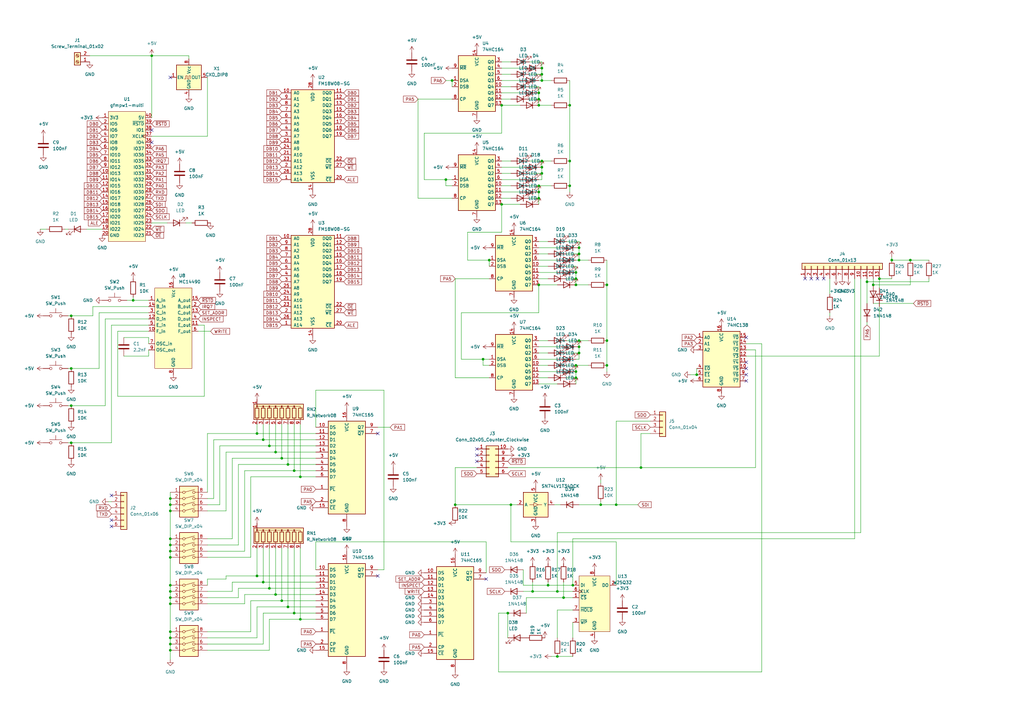
<source format=kicad_sch>
(kicad_sch (version 20231120) (generator "eeschema") (generator_version "8.0")
  (paper "A3")
  (junction (at 107.95 180.34))
  (junction (at 236.22 152.4))
  (junction (at 248.92 116.84))
  (junction (at 373.38 106.68))
  (junction (at 220.98 43.18))
  (junction (at 115.57 187.96))
  (junction (at 237.49 101.6))
  (junction (at 224.79 240.03))
  (junction (at 115.57 246.38))
  (junction (at 69.85 266.7))
  (junction (at 236.22 154.94))
  (junction (at 285.75 153.67))
  (junction (at 69.85 223.52))
  (junction (at 233.68 76.2))
  (junction (at 69.85 207.01))
  (junction (at 69.85 247.65))
  (junction (at 222.25 27.94))
  (junction (at 222.25 68.58))
  (junction (at 231.14 245.11))
  (junction (at 220.98 38.1))
  (junction (at 69.85 220.98))
  (junction (at 29.21 166.37))
  (junction (at 120.65 193.04))
  (junction (at 29.21 129.54))
  (junction (at 220.98 76.2))
  (junction (at 105.41 177.8))
  (junction (at 69.85 204.47))
  (junction (at 220.98 116.84))
  (junction (at 248.92 139.7))
  (junction (at 222.25 33.02))
  (junction (at 237.49 139.7))
  (junction (at 222.25 66.04))
  (junction (at 222.25 71.12))
  (junction (at 69.85 240.03))
  (junction (at 218.44 242.57))
  (junction (at 209.55 207.01))
  (junction (at 237.49 142.24))
  (junction (at 62.23 22.86))
  (junction (at 220.98 81.28))
  (junction (at 228.6 242.57))
  (junction (at 233.68 43.18))
  (junction (at 355.6 115.57))
  (junction (at 186.69 207.01))
  (junction (at 246.38 207.01))
  (junction (at 113.03 185.42))
  (junction (at 182.88 73.66))
  (junction (at 29.21 181.61))
  (junction (at 69.85 226.06))
  (junction (at 236.22 114.3))
  (junction (at 120.65 251.46))
  (junction (at 233.68 66.04))
  (junction (at 222.25 30.48))
  (junction (at 252.73 207.01))
  (junction (at 69.85 261.62))
  (junction (at 358.14 116.84))
  (junction (at 185.42 33.02))
  (junction (at 205.74 43.18))
  (junction (at 248.92 149.86))
  (junction (at 69.85 228.6))
  (junction (at 107.95 238.76))
  (junction (at 237.49 106.68))
  (junction (at 228.6 269.24))
  (junction (at 123.19 195.58))
  (junction (at 105.41 236.22))
  (junction (at 69.85 242.57))
  (junction (at 200.66 106.68))
  (junction (at 118.11 248.92))
  (junction (at 208.28 251.46))
  (junction (at 113.03 243.84))
  (junction (at 365.76 106.68))
  (junction (at 237.49 104.14))
  (junction (at 220.98 78.74))
  (junction (at 236.22 116.84))
  (junction (at 118.11 190.5))
  (junction (at 205.74 83.82))
  (junction (at 69.85 209.55))
  (junction (at 234.95 240.03))
  (junction (at 54.61 123.19))
  (junction (at 236.22 111.76))
  (junction (at 237.49 144.78))
  (junction (at 29.21 151.13))
  (junction (at 110.49 182.88))
  (junction (at 220.98 40.64))
  (junction (at 262.89 191.77))
  (junction (at 69.85 259.08))
  (junction (at 198.12 147.32))
  (junction (at 236.22 149.86))
  (junction (at 69.85 264.16))
  (junction (at 123.19 254))
  (junction (at 110.49 241.3))
  (junction (at 360.68 114.3))
  (junction (at 69.85 245.11))
  (no_connect (at 306.07 138.43))
  (no_connect (at 332.74 114.3))
  (no_connect (at 45.72 203.2))
  (no_connect (at 306.07 153.67))
  (no_connect (at 306.07 151.13))
  (no_connect (at 62.23 53.34))
  (no_connect (at 330.2 114.3))
  (no_connect (at 154.94 177.8))
  (no_connect (at 306.07 148.59))
  (no_connect (at 45.72 215.9))
  (no_connect (at 195.58 186.69))
  (no_connect (at 45.72 213.36))
  (no_connect (at 69.85 31.75))
  (no_connect (at 195.58 184.15))
  (no_connect (at 62.23 58.42))
  (no_connect (at 154.94 236.22))
  (no_connect (at 195.58 189.23))
  (no_connect (at 199.39 237.49))
  (no_connect (at 306.07 156.21))
  (no_connect (at 335.28 114.3))
  (no_connect (at 337.82 114.3))
  (wire (pts (xy 237.49 106.68) (xy 241.3 106.68)))
  (wire (pts (xy 215.9 251.46) (xy 215.9 245.11)))
  (wire (pts (xy 237.49 147.32) (xy 237.49 144.78)))
  (wire (pts (xy 237.49 101.6) (xy 237.49 104.14)))
  (wire (pts (xy 237.49 139.7) (xy 241.3 139.7)))
  (wire (pts (xy 262.89 177.8) (xy 266.7 177.8)))
  (wire (pts (xy 205.74 33.02) (xy 213.36 33.02)))
  (wire (pts (xy 102.87 195.58) (xy 102.87 228.6)))
  (wire (pts (xy 129.54 241.3) (xy 110.49 241.3)))
  (wire (pts (xy 69.85 264.16) (xy 69.85 266.7)))
  (wire (pts (xy 220.98 106.68) (xy 228.6 106.68)))
  (wire (pts (xy 123.19 254) (xy 110.49 254)))
  (wire (pts (xy 129.54 187.96) (xy 115.57 187.96)))
  (wire (pts (xy 97.79 190.5) (xy 97.79 223.52)))
  (wire (pts (xy 217.17 81.28) (xy 220.98 81.28)))
  (wire (pts (xy 29.21 151.13) (xy 40.64 151.13)))
  (wire (pts (xy 107.95 224.79) (xy 107.95 238.76)))
  (wire (pts (xy 222.25 73.66) (xy 222.25 71.12)))
  (wire (pts (xy 358.14 114.3) (xy 358.14 116.84)))
  (wire (pts (xy 228.6 242.57) (xy 234.95 242.57)))
  (wire (pts (xy 200.66 109.22) (xy 200.66 106.68)))
  (wire (pts (xy 60.96 138.43) (xy 60.96 140.97)))
  (wire (pts (xy 236.22 106.68) (xy 237.49 106.68)))
  (wire (pts (xy 110.49 173.99) (xy 110.49 182.88)))
  (wire (pts (xy 113.03 185.42) (xy 92.71 185.42)))
  (wire (pts (xy 69.85 201.93) (xy 69.85 204.47)))
  (wire (pts (xy 233.68 76.2) (xy 233.68 78.74)))
  (wire (pts (xy 69.85 209.55) (xy 69.85 220.98)))
  (wire (pts (xy 97.79 245.11) (xy 85.09 245.11)))
  (wire (pts (xy 218.44 242.57) (xy 228.6 242.57)))
  (wire (pts (xy 157.48 233.68) (xy 157.48 160.02)))
  (wire (pts (xy 173.99 73.66) (xy 182.88 73.66)))
  (wire (pts (xy 233.68 66.04) (xy 233.68 76.2)))
  (wire (pts (xy 60.96 130.81) (xy 43.18 130.81)))
  (wire (pts (xy 157.48 160.02) (xy 129.54 160.02)))
  (wire (pts (xy 205.74 66.04) (xy 209.55 66.04)))
  (wire (pts (xy 285.75 153.67) (xy 285.75 151.13)))
  (wire (pts (xy 209.55 222.25) (xy 209.55 207.01)))
  (wire (pts (xy 217.17 76.2) (xy 220.98 76.2)))
  (wire (pts (xy 189.23 147.32) (xy 198.12 147.32)))
  (wire (pts (xy 228.6 250.19) (xy 228.6 261.62)))
  (wire (pts (xy 217.17 25.4) (xy 222.25 25.4)))
  (wire (pts (xy 182.88 33.02) (xy 185.42 33.02)))
  (wire (pts (xy 113.03 243.84) (xy 100.33 243.84)))
  (wire (pts (xy 90.17 182.88) (xy 90.17 207.01)))
  (wire (pts (xy 185.42 40.64) (xy 171.45 40.64)))
  (wire (pts (xy 205.74 38.1) (xy 213.36 38.1)))
  (wire (pts (xy 27.94 181.61) (xy 29.21 181.61)))
  (wire (pts (xy 208.28 191.77) (xy 262.89 191.77)))
  (wire (pts (xy 105.41 224.79) (xy 105.41 236.22)))
  (wire (pts (xy 204.47 275.59) (xy 204.47 251.46)))
  (wire (pts (xy 220.98 104.14) (xy 224.79 104.14)))
  (wire (pts (xy 45.72 133.35) (xy 45.72 181.61)))
  (wire (pts (xy 248.92 149.86) (xy 248.92 152.4)))
  (wire (pts (xy 205.74 95.25) (xy 205.74 83.82)))
  (wire (pts (xy 85.09 31.75) (xy 85.09 55.88)))
  (wire (pts (xy 105.41 236.22) (xy 92.71 236.22)))
  (wire (pts (xy 60.96 123.19) (xy 54.61 123.19)))
  (wire (pts (xy 365.76 114.3) (xy 360.68 114.3)))
  (wire (pts (xy 234.95 255.27) (xy 234.95 261.62)))
  (wire (pts (xy 118.11 224.79) (xy 118.11 248.92)))
  (wire (pts (xy 205.74 78.74) (xy 213.36 78.74)))
  (wire (pts (xy 355.6 132.08) (xy 355.6 133.35)))
  (wire (pts (xy 220.98 147.32) (xy 228.6 147.32)))
  (wire (pts (xy 185.42 33.02) (xy 185.42 35.56)))
  (wire (pts (xy 252.73 240.03) (xy 252.73 222.25)))
  (wire (pts (xy 312.42 140.97) (xy 306.07 140.97)))
  (wire (pts (xy 246.38 207.01) (xy 252.73 207.01)))
  (wire (pts (xy 353.06 218.44) (xy 228.6 218.44)))
  (wire (pts (xy 173.99 54.61) (xy 173.99 73.66)))
  (wire (pts (xy 222.25 71.12) (xy 222.25 68.58)))
  (wire (pts (xy 129.54 195.58) (xy 123.19 195.58)))
  (wire (pts (xy 60.96 133.35) (xy 45.72 133.35)))
  (wire (pts (xy 129.54 248.92) (xy 118.11 248.92)))
  (wire (pts (xy 214.63 242.57) (xy 218.44 242.57)))
  (wire (pts (xy 350.52 220.98) (xy 234.95 220.98)))
  (wire (pts (xy 220.98 33.02) (xy 222.25 33.02)))
  (wire (pts (xy 95.25 220.98) (xy 85.09 220.98)))
  (wire (pts (xy 100.33 247.65) (xy 85.09 247.65)))
  (wire (pts (xy 217.17 71.12) (xy 222.25 71.12)))
  (wire (pts (xy 123.19 224.79) (xy 123.19 254)))
  (wire (pts (xy 236.22 154.94) (xy 236.22 152.4)))
  (wire (pts (xy 236.22 116.84) (xy 241.3 116.84)))
  (wire (pts (xy 234.95 220.98) (xy 234.95 240.03)))
  (wire (pts (xy 107.95 180.34) (xy 87.63 180.34)))
  (wire (pts (xy 69.85 245.11) (xy 69.85 247.65)))
  (wire (pts (xy 215.9 245.11) (xy 231.14 245.11)))
  (wire (pts (xy 105.41 261.62) (xy 85.09 261.62)))
  (wire (pts (xy 26.67 93.98) (xy 27.94 93.98)))
  (wire (pts (xy 373.38 116.84) (xy 358.14 116.84)))
  (wire (pts (xy 232.41 144.78) (xy 237.49 144.78)))
  (wire (pts (xy 182.88 76.2) (xy 182.88 73.66)))
  (wire (pts (xy 85.09 237.49) (xy 85.09 240.03)))
  (wire (pts (xy 237.49 99.06) (xy 237.49 101.6)))
  (wire (pts (xy 217.17 66.04) (xy 222.25 66.04)))
  (wire (pts (xy 220.98 109.22) (xy 224.79 109.22)))
  (wire (pts (xy 232.41 139.7) (xy 237.49 139.7)))
  (wire (pts (xy 220.98 154.94) (xy 224.79 154.94)))
  (wire (pts (xy 48.26 135.89) (xy 48.26 162.56)))
  (wire (pts (xy 220.98 81.28) (xy 220.98 83.82)))
  (wire (pts (xy 355.6 115.57) (xy 355.6 114.3)))
  (wire (pts (xy 123.19 173.99) (xy 123.19 195.58)))
  (wire (pts (xy 237.49 104.14) (xy 237.49 106.68)))
  (wire (pts (xy 43.18 130.81) (xy 43.18 166.37)))
  (wire (pts (xy 209.55 207.01) (xy 186.69 207.01)))
  (wire (pts (xy 102.87 246.38) (xy 102.87 259.08)))
  (wire (pts (xy 365.76 105.41) (xy 365.76 106.68)))
  (wire (pts (xy 87.63 204.47) (xy 85.09 204.47)))
  (wire (pts (xy 236.22 114.3) (xy 236.22 116.84)))
  (wire (pts (xy 226.06 269.24) (xy 228.6 269.24)))
  (wire (pts (xy 214.63 240.03) (xy 224.79 240.03)))
  (wire (pts (xy 353.06 114.3) (xy 353.06 218.44)))
  (wire (pts (xy 154.94 233.68) (xy 157.48 233.68)))
  (wire (pts (xy 185.42 76.2) (xy 182.88 76.2)))
  (wire (pts (xy 214.63 233.68) (xy 214.63 240.03)))
  (wire (pts (xy 95.25 238.76) (xy 95.25 242.57)))
  (wire (pts (xy 232.41 99.06) (xy 237.49 99.06)))
  (wire (pts (xy 186.69 191.77) (xy 195.58 191.77)))
  (wire (pts (xy 381 114.3) (xy 381 115.57)))
  (wire (pts (xy 107.95 173.99) (xy 107.95 180.34)))
  (wire (pts (xy 44.45 205.74) (xy 45.72 205.74)))
  (wire (pts (xy 105.41 173.99) (xy 105.41 177.8)))
  (wire (pts (xy 234.95 250.19) (xy 228.6 250.19)))
  (wire (pts (xy 252.73 172.72) (xy 252.73 207.01)))
  (wire (pts (xy 218.44 238.76) (xy 218.44 242.57)))
  (wire (pts (xy 129.54 182.88) (xy 110.49 182.88)))
  (wire (pts (xy 36.83 22.86) (xy 62.23 22.86)))
  (wire (pts (xy 236.22 149.86) (xy 241.3 149.86)))
  (wire (pts (xy 129.54 160.02) (xy 129.54 175.26)))
  (wire (pts (xy 340.36 114.3) (xy 340.36 120.65)))
  (wire (pts (xy 231.14 245.11) (xy 234.95 245.11)))
  (wire (pts (xy 50.8 138.43) (xy 60.96 138.43)))
  (wire (pts (xy 54.61 123.19) (xy 54.61 121.92)))
  (wire (pts (xy 198.12 147.32) (xy 200.66 147.32)))
  (wire (pts (xy 97.79 190.5) (xy 118.11 190.5)))
  (wire (pts (xy 220.98 35.56) (xy 220.98 38.1)))
  (wire (pts (xy 222.25 25.4) (xy 222.25 27.94)))
  (wire (pts (xy 212.09 207.01) (xy 209.55 207.01)))
  (wire (pts (xy 35.56 93.98) (xy 41.91 93.98)))
  (wire (pts (xy 27.94 166.37) (xy 29.21 166.37)))
  (wire (pts (xy 205.74 43.18) (xy 205.74 54.61)))
  (wire (pts (xy 16.51 93.98) (xy 19.05 93.98)))
  (wire (pts (xy 237.49 104.14) (xy 232.41 104.14)))
  (wire (pts (xy 217.17 35.56) (xy 220.98 35.56)))
  (wire (pts (xy 90.17 207.01) (xy 85.09 207.01)))
  (wire (pts (xy 69.85 220.98) (xy 69.85 223.52)))
  (wire (pts (xy 236.22 109.22) (xy 236.22 111.76)))
  (wire (pts (xy 29.21 181.61) (xy 45.72 181.61)))
  (wire (pts (xy 62.23 22.86) (xy 77.47 22.86)))
  (wire (pts (xy 237.49 142.24) (xy 237.49 139.7)))
  (wire (pts (xy 120.65 251.46) (xy 107.95 251.46)))
  (wire (pts (xy 69.85 226.06) (xy 69.85 228.6)))
  (wire (pts (xy 52.07 123.19) (xy 54.61 123.19)))
  (wire (pts (xy 69.85 247.65) (xy 69.85 259.08)))
  (wire (pts (xy 77.47 22.86) (xy 77.47 24.13)))
  (wire (pts (xy 107.95 251.46) (xy 107.95 264.16)))
  (wire (pts (xy 29.21 129.54) (xy 38.1 129.54)))
  (wire (pts (xy 69.85 240.03) (xy 69.85 242.57)))
  (wire (pts (xy 85.09 223.52) (xy 97.79 223.52)))
  (wire (pts (xy 205.74 25.4) (xy 209.55 25.4)))
  (wire (pts (xy 199.39 234.95) (xy 199.39 222.25)))
  (wire (pts (xy 205.74 54.61) (xy 173.99 54.61)))
  (wire (pts (xy 252.73 222.25) (xy 209.55 222.25)))
  (wire (pts (xy 182.88 73.66) (xy 185.42 73.66)))
  (wire (pts (xy 217.17 40.64) (xy 220.98 40.64)))
  (wire (pts (xy 120.65 173.99) (xy 120.65 193.04)))
  (wire (pts (xy 189.23 128.27) (xy 189.23 147.32)))
  (wire (pts (xy 262.89 177.8) (xy 262.89 191.77)))
  (wire (pts (xy 220.98 81.28) (xy 220.98 78.74)))
  (wire (pts (xy 236.22 114.3) (xy 236.22 111.76)))
  (wire (pts (xy 50.8 146.05) (xy 60.96 146.05)))
  (wire (pts (xy 92.71 237.49) (xy 85.09 237.49)))
  (wire (pts (xy 115.57 246.38) (xy 102.87 246.38)))
  (wire (pts (xy 83.82 133.35) (xy 81.28 133.35)))
  (wire (pts (xy 129.54 222.25) (xy 129.54 233.68)))
  (wire (pts (xy 85.09 226.06) (xy 100.33 226.06)))
  (wire (pts (xy 246.38 196.85) (xy 246.38 198.12)))
  (wire (pts (xy 220.98 139.7) (xy 224.79 139.7)))
  (wire (pts (xy 237.49 144.78) (xy 237.49 142.24)))
  (wire (pts (xy 100.33 243.84) (xy 100.33 247.65)))
  (wire (pts (xy 227.33 207.01) (xy 229.87 207.01)))
  (wire (pts (xy 220.98 144.78) (xy 224.79 144.78)))
  (wire (pts (xy 224.79 240.03) (xy 234.95 240.03)))
  (wire (pts (xy 83.82 162.56) (xy 83.82 133.35)))
  (wire (pts (xy 110.49 182.88) (xy 90.17 182.88)))
  (wire (pts (xy 118.11 190.5) (xy 129.54 190.5)))
  (wire (pts (xy 222.25 27.94) (xy 222.25 30.48)))
  (wire (pts (xy 27.94 129.54) (xy 29.21 129.54)))
  (wire (pts (xy 220.98 111.76) (xy 228.6 111.76)))
  (wire (pts (xy 69.85 261.62) (xy 69.85 264.16)))
  (wire (pts (xy 220.98 40.64) (xy 220.98 38.1)))
  (wire (pts (xy 107.95 264.16) (xy 85.09 264.16)))
  (wire (pts (xy 236.22 154.94) (xy 236.22 157.48)))
  (wire (pts (xy 69.85 266.7) (xy 69.85 270.51)))
  (wire (pts (xy 199.39 222.25) (xy 129.54 222.25)))
  (wire (pts (xy 248.92 139.7) (xy 248.92 149.86)))
  (wire (pts (xy 373.38 114.3) (xy 373.38 116.84)))
  (wire (pts (xy 205.74 68.58) (xy 214.63 68.58)))
  (wire (pts (xy 62.23 91.44) (xy 68.58 91.44)))
  (wire (pts (xy 233.68 33.02) (xy 233.68 43.18)))
  (wire (pts (xy 220.98 149.86) (xy 224.79 149.86)))
  (wire (pts (xy 220.98 114.3) (xy 224.79 114.3)))
  (wire (pts (xy 113.03 224.79) (xy 113.03 243.84)))
  (wire (pts (xy 27.94 151.13) (xy 29.21 151.13)))
  (wire (pts (xy 224.79 238.76) (xy 224.79 240.03)))
  (wire (pts (xy 222.25 33.02) (xy 226.06 33.02)))
  (wire (pts (xy 220.98 76.2) (xy 226.06 76.2)))
  (wire (pts (xy 87.63 180.34) (xy 87.63 204.47)))
  (wire (pts (xy 232.41 114.3) (xy 236.22 114.3)))
  (wire (pts (xy 220.98 99.06) (xy 224.79 99.06)))
  (wire (pts (xy 123.19 195.58) (xy 102.87 195.58)))
  (wire (pts (xy 85.09 55.88) (xy 62.23 55.88)))
  (wire (pts (xy 248.92 116.84) (xy 248.92 139.7)))
  (wire (pts (xy 220.98 142.24) (xy 229.87 142.24)))
  (wire (pts (xy 232.41 149.86) (xy 236.22 149.86)))
  (wire (pts (xy 171.45 81.28) (xy 185.42 81.28)))
  (wire (pts (xy 205.74 71.12) (xy 209.55 71.12)))
  (wire (pts (xy 69.85 204.47) (xy 69.85 207.01)))
  (wire (pts (xy 62.23 22.86) (xy 62.23 48.26)))
  (wire (pts (xy 69.85 242.57) (xy 69.85 245.11)))
  (wire (pts (xy 232.41 109.22) (xy 236.22 109.22)))
  (wire (pts (xy 110.49 266.7) (xy 85.09 266.7)))
  (wire (pts (xy 220.98 73.66) (xy 222.25 73.66)))
  (wire (pts (xy 186.69 207.01) (xy 186.69 191.77)))
  (wire (pts (xy 220.98 78.74) (xy 220.98 76.2)))
  (wire (pts (xy 248.92 106.68) (xy 248.92 116.84)))
  (wire (pts (xy 231.14 238.76) (xy 231.14 245.11)))
  (wire (pts (xy 107.95 238.76) (xy 95.25 238.76)))
  (wire (pts (xy 236.22 152.4) (xy 236.22 149.86)))
  (wire (pts (xy 205.74 35.56) (xy 209.55 35.56)))
  (wire (pts (xy 154.94 175.26) (xy 160.02 175.26)))
  (wire (pts (xy 236.22 147.32) (xy 237.49 147.32)))
  (wire (pts (xy 40.64 128.27) (xy 40.64 151.13)))
  (wire (pts (xy 373.38 106.68) (xy 381 106.68)))
  (wire (pts (xy 102.87 259.08) (xy 85.09 259.08)))
  (wire (pts (xy 60.96 128.27) (xy 40.64 128.27)))
  (wire (pts (xy 115.57 224.79) (xy 115.57 246.38)))
  (wire (pts (xy 191.77 106.68) (xy 191.77 95.25)))
  (wire (pts (xy 200.66 149.86) (xy 198.12 149.86)))
  (wire (pts (xy 29.21 166.37) (xy 43.18 166.37)))
  (wire (pts (xy 222.25 30.48) (xy 217.17 30.48)))
  (wire (pts (xy 105.41 248.92) (xy 105.41 261.62)))
  (wire (pts (xy 129.54 246.38) (xy 115.57 246.38)))
  (wire (pts (xy 208.28 251.46) (xy 208.28 261.62)))
  (wire (pts (xy 129.54 185.42) (xy 113.03 185.42)))
  (wire (pts (xy 85.09 177.8) (xy 105.41 177.8)))
  (wire (pts (xy 228.6 269.24) (xy 234.95 269.24)))
  (wire (pts (xy 312.42 140.97) (xy 312.42 275.59)))
  (wire (pts (xy 69.85 259.08) (xy 69.85 261.62)))
  (wire (pts (xy 228.6 218.44) (xy 228.6 242.57)))
  (wire (pts (xy 205.74 73.66) (xy 213.36 73.66)))
  (wire (pts (xy 360.68 114.3) (xy 360.68 118.11)))
  (wire (pts (xy 312.42 275.59) (xy 204.47 275.59)))
  (wire (pts (xy 222.25 30.48) (xy 222.25 33.02)))
  (wire (pts (xy 102.87 228.6) (xy 85.09 228.6)))
  (wire (pts (xy 222.25 66.04) (xy 226.06 66.04)))
  (wire (pts (xy 81.28 135.89) (xy 86.36 135.89)))
  (wire (pts (xy 200.66 114.3) (xy 186.69 114.3)))
  (wire (pts (xy 205.74 30.48) (xy 209.55 30.48)))
  (wire (pts (xy 129.54 238.76) (xy 107.95 238.76)))
  (wire (pts (xy 76.2 91.44) (xy 78.74 91.44)))
  (wire (pts (xy 129.54 251.46) (xy 120.65 251.46)))
  (wire (pts (xy 115.57 187.96) (xy 95.25 187.96)))
  (wire (pts (xy 69.85 223.52) (xy 69.85 226.06)))
  (wire (pts (xy 220.98 152.4) (xy 228.6 152.4)))
  (wire (pts (xy 60.96 125.73) (xy 38.1 125.73)))
  (wire (pts (xy 262.89 191.77) (xy 309.88 191.77)))
  (wire (pts (xy 85.09 177.8) (xy 85.09 201.93)))
  (wire (pts (xy 115.57 173.99) (xy 115.57 187.96)))
  (wire (pts (xy 200.66 106.68) (xy 191.77 106.68)))
  (wire (pts (xy 340.36 128.27) (xy 340.36 129.54)))
  (wire (pts (xy 129.54 254) (xy 123.19 254)))
  (wire (pts (xy 129.54 243.84) (xy 113.03 243.84)))
  (wire (pts (xy 283.21 153.67) (xy 285.75 153.67)))
  (wire (pts (xy 129.54 193.04) (xy 120.65 193.04)))
  (wire (pts (xy 355.6 115.57) (xy 355.6 124.46)))
  (wire (pts (xy 113.03 173.99) (xy 113.03 185.42)))
  (wire (pts (xy 110.49 224.79) (xy 110.49 241.3)))
  (wire (pts (xy 309.88 143.51) (xy 306.07 143.51)))
  (wire (pts (xy 233.68 43.18) (xy 233.68 66.04)))
  (wire (pts (xy 205.74 40.64) (xy 209.55 40.64)))
  (wire (pts (xy 69.85 228.6) (xy 69.85 240.03)))
  (wire (pts (xy 220.98 116.84) (xy 220.98 128.27)))
  (wire (pts (xy 100.33 193.04) (xy 100.33 226.06)))
  (wire (pts (xy 360.68 146.05) (xy 306.07 146.05)))
  (wire (pts (xy 129.54 236.22) (xy 105.41 236.22)))
  (wire (pts (xy 171.45 40.64) (xy 171.45 81.28)))
  (wire (pts (xy 92.71 209.55) (xy 85.09 209.55)))
  (wire (pts (xy 252.73 172.72) (xy 266.7 172.72)))
  (wire (pts (xy 120.65 193.04) (xy 100.33 193.04)))
  (wire (pts (xy 222.25 68.58) (xy 222.25 66.04)))
  (wire (pts (xy 95.25 187.96) (xy 95.25 220.98)))
  (wire (pts (xy 204.47 251.46) (xy 208.28 251.46)))
  (wire (pts (xy 220.98 157.48) (xy 228.6 157.48)))
  (wire (pts (xy 205.74 27.94) (xy 214.63 27.94)))
  (wire (pts (xy 60.96 135.89) (xy 48.26 135.89)))
  (wire (pts (xy 360.68 125.73) (xy 360.68 146.05)))
  (wire (pts (xy 220.98 40.64) (xy 220.98 43.18)))
  (wire (pts (xy 381 115.57) (xy 355.6 115.57)))
  (wire (pts (xy 220.98 101.6) (xy 229.87 101.6)))
  (wire (pts (xy 92.71 236.22) (xy 92.71 237.49)))
  (wire (pts (xy 309.88 191.77) (xy 309.88 143.51)))
  (wire (pts (xy 205.74 83.82) (xy 213.36 83.82)))
  (wire (pts (xy 358.14 124.46) (xy 374.65 124.46)))
  (wire (pts (xy 110.49 241.3) (xy 97.79 241.3)))
  (wire (pts (xy 186.69 154.94) (xy 200.66 154.94)))
  (wire (pts (xy 97.79 241.3) (xy 97.79 245.11)))
  (wire (pts (xy 205.74 76.2) (xy 209.55 76.2)))
  (wire (pts (xy 191.77 95.25) (xy 205.74 95.25)))
  (wire (pts (xy 38.1 125.73) (xy 38.1 129.54)))
  (wire (pts (xy 220.98 43.18) (xy 226.06 43.18)))
  (wire (pts (xy 118.11 248.92) (xy 105.41 248.92)))
  (wire (pts (xy 92.71 185.42) (xy 92.71 209.55)))
  (wire (pts (xy 365.76 106.68) (xy 373.38 106.68)))
  (wire (pts (xy 186.69 114.3) (xy 186.69 154.94)))
  (wire (pts (xy 220.98 128.27) (xy 189.23 128.27)))
  (wire (pts (xy 232.41 154.94) (xy 236.22 154.94)))
  (wire (pts (xy 198.12 149.86) (xy 198.12 147.32)))
  (wire (pts (xy 350.52 114.3) (xy 350.52 220.98)))
  (wire (pts (xy 237.49 207.01) (xy 246.38 207.01)))
  (wire (pts (xy 205.74 43.18) (xy 213.36 43.18)))
  (wire (pts (xy 105.41 177.8) (xy 129.54 177.8)))
  (wire (pts (xy 129.54 180.34) (xy 107.95 180.34)))
  (wire (pts (xy 118.11 173.99) (xy 118.11 190.5)))
  (wire (pts (xy 95.25 242.57) (xy 85.09 242.57)))
  (wire (pts (xy 220.98 116.84) (xy 228.6 116.84)))
  (wire (pts (xy 120.65 224.79) (xy 120.65 251.46)))
  (wire (pts (xy 110.49 254) (xy 110.49 266.7)))
  (wire (pts (xy 246.38 205.74) (xy 246.38 207.01)))
  (wire (pts (xy 48.26 162.56) (xy 83.82 162.56)))
  (wire (pts (xy 205.74 81.28) (xy 209.55 81.28)))
  (wire (pts (xy 60.96 146.05) (xy 60.96 143.51)))
  (wire (pts (xy 69.85 207.01) (xy 69.85 209.55)))
  (wire (pts (xy 252.73 207.01) (xy 261.62 207.01)))
  (global_label "PA0" (shape input) (at 62.23 76.2 0) (property "Intersheetrefs" "${INTERSHEET_REFS}" (effects (hide yes))))
  (global_label "ALE" (shape input) (at 140.97 133.35 0) (property "Intersheetrefs" "${INTERSHEET_REFS}" (effects (hide yes))))
  (global_label "DB3" (shape input) (at 115.57 102.87 180) (property "Intersheetrefs" "${INTERSHEET_REFS}" (effects (hide yes))))
  (global_label "PA5" (shape input) (at 62.23 63.5 0) (property "Intersheetrefs" "${INTERSHEET_REFS}" (effects (hide yes))))
  (global_label "PA5" (shape input) (at 129.54 264.16 180) (property "Intersheetrefs" "${INTERSHEET_REFS}" (effects (hide yes))))
  (global_label "SDO" (shape input) (at 195.58 194.31 180) (property "Intersheetrefs" "${INTERSHEET_REFS}" (effects (hide yes))))
  (global_label "DB13" (shape input) (at 140.97 110.49 0) (property "Intersheetrefs" "${INTERSHEET_REFS}" (effects (hide yes))))
  (global_label "SET_ADDR" (shape input) (at 81.28 128.27 0) (property "Intersheetrefs" "${INTERSHEET_REFS}" (effects (hide yes))))
  (global_label "DB15" (shape input) (at 115.57 133.35 180) (property "Intersheetrefs" "${INTERSHEET_REFS}" (effects (hide yes))))
  (global_label "PA5" (shape input) (at 171.45 40.64 180) (property "Intersheetrefs" "${INTERSHEET_REFS}" (effects (hide yes))))
  (global_label "DB1" (shape input) (at 115.57 97.79 180) (property "Intersheetrefs" "${INTERSHEET_REFS}" (effects (hide yes))))
  (global_label "PA1" (shape input) (at 160.02 175.26 0) (property "Intersheetrefs" "${INTERSHEET_REFS}" (effects (hide yes))))
  (global_label "RXD" (shape input) (at 62.23 78.74 0) (property "Intersheetrefs" "${INTERSHEET_REFS}" (effects (hide yes))))
  (global_label "WRITE" (shape input) (at 86.36 135.89 0) (property "Intersheetrefs" "${INTERSHEET_REFS}" (effects (hide yes))))
  (global_label "PA6" (shape input) (at 182.88 33.02 180) (property "Intersheetrefs" "${INTERSHEET_REFS}" (effects (hide yes))))
  (global_label "PA6" (shape input) (at 355.6 133.35 270) (property "Intersheetrefs" "${INTERSHEET_REFS}" (effects (hide yes))))
  (global_label "DB13" (shape input) (at 115.57 128.27 180) (property "Intersheetrefs" "${INTERSHEET_REFS}" (effects (hide yes))))
  (global_label "~{OE}" (shape input) (at 62.23 96.52 0) (property "Intersheetrefs" "${INTERSHEET_REFS}" (effects (hide yes))))
  (global_label "PA3" (shape input) (at 285.75 140.97 180) (property "Intersheetrefs" "${INTERSHEET_REFS}" (effects (hide yes))))
  (global_label "DB2" (shape input) (at 41.91 55.88 180) (property "Intersheetrefs" "${INTERSHEET_REFS}" (effects (hide yes))))
  (global_label "DB10" (shape input) (at 41.91 76.2 180) (property "Intersheetrefs" "${INTERSHEET_REFS}" (effects (hide yes))))
  (global_label "WRITE" (shape input) (at 173.99 242.57 180) (property "Intersheetrefs" "${INTERSHEET_REFS}" (effects (hide yes))))
  (global_label "SCLK" (shape input) (at 208.28 194.31 0) (property "Intersheetrefs" "${INTERSHEET_REFS}" (effects (hide yes))))
  (global_label "DB14" (shape input) (at 115.57 130.81 180) (property "Intersheetrefs" "${INTERSHEET_REFS}" (effects (hide yes))))
  (global_label "DB12" (shape input) (at 140.97 107.95 0) (property "Intersheetrefs" "${INTERSHEET_REFS}" (effects (hide yes))))
  (global_label "DB15" (shape input) (at 41.91 88.9 180) (property "Intersheetrefs" "${INTERSHEET_REFS}" (effects (hide yes))))
  (global_label "SCLK" (shape input) (at 62.23 88.9 0) (property "Intersheetrefs" "${INTERSHEET_REFS}" (effects (hide yes))))
  (global_label "DB4" (shape input) (at 41.91 60.96 180) (property "Intersheetrefs" "${INTERSHEET_REFS}" (effects (hide yes))))
  (global_label "PA6" (shape input) (at 62.23 60.96 0) (property "Intersheetrefs" "${INTERSHEET_REFS}" (effects (hide yes))))
  (global_label "DB6" (shape input) (at 115.57 50.8 180) (property "Intersheetrefs" "${INTERSHEET_REFS}" (effects (hide yes))))
  (global_label "INSPECT" (shape input) (at 173.99 240.03 180) (property "Intersheetrefs" "${INTERSHEET_REFS}" (effects (hide yes))))
  (global_label "DB11" (shape input) (at 115.57 123.19 180) (property "Intersheetrefs" "${INTERSHEET_REFS}" (effects (hide yes))))
  (global_label "DB0" (shape input) (at 41.91 50.8 180) (property "Intersheetrefs" "${INTERSHEET_REFS}" (effects (hide yes))))
  (global_label "DB14" (shape input) (at 140.97 113.03 0) (property "Intersheetrefs" "${INTERSHEET_REFS}" (effects (hide yes))))
  (global_label "TXD" (shape input) (at 62.23 81.28 0) (property "Intersheetrefs" "${INTERSHEET_REFS}" (effects (hide yes))))
  (global_label "DB5" (shape input) (at 41.91 63.5 180) (property "Intersheetrefs" "${INTERSHEET_REFS}" (effects (hide yes))))
  (global_label "PA5" (shape input) (at 173.99 265.43 180) (property "Intersheetrefs" "${INTERSHEET_REFS}" (effects (hide yes))))
  (global_label "DB0" (shape input) (at 140.97 38.1 0) (property "Intersheetrefs" "${INTERSHEET_REFS}" (effects (hide yes))))
  (global_label "PA5" (shape input) (at 129.54 205.74 180) (property "Intersheetrefs" "${INTERSHEET_REFS}" (effects (hide yes))))
  (global_label "DB6" (shape input) (at 140.97 53.34 0) (property "Intersheetrefs" "${INTERSHEET_REFS}" (effects (hide yes))))
  (global_label "DB9" (shape input) (at 41.91 73.66 180) (property "Intersheetrefs" "${INTERSHEET_REFS}" (effects (hide yes))))
  (global_label "DB14" (shape input) (at 41.91 86.36 180) (property "Intersheetrefs" "${INTERSHEET_REFS}" (effects (hide yes))))
  (global_label "DB6" (shape input) (at 115.57 110.49 180) (property "Intersheetrefs" "${INTERSHEET_REFS}" (effects (hide yes))))
  (global_label "PA0" (shape input) (at 129.54 259.08 180) (property "Intersheetrefs" "${INTERSHEET_REFS}" (effects (hide yes))))
  (global_label "DB9" (shape input) (at 140.97 100.33 0) (property "Intersheetrefs" "${INTERSHEET_REFS}" (effects (hide yes))))
  (global_label "DB8" (shape input) (at 41.91 71.12 180) (property "Intersheetrefs" "${INTERSHEET_REFS}" (effects (hide yes))))
  (global_label "RXD" (shape input) (at 45.72 208.28 180) (property "Intersheetrefs" "${INTERSHEET_REFS}" (effects (hide yes))))
  (global_label "DB5" (shape input) (at 140.97 50.8 0) (property "Intersheetrefs" "${INTERSHEET_REFS}" (effects (hide yes))))
  (global_label "DB7" (shape input) (at 115.57 113.03 180) (property "Intersheetrefs" "${INTERSHEET_REFS}" (effects (hide yes))))
  (global_label "DB6" (shape input) (at 41.91 66.04 180) (property "Intersheetrefs" "${INTERSHEET_REFS}" (effects (hide yes))))
  (global_label "SDO" (shape input) (at 62.23 86.36 0) (property "Intersheetrefs" "${INTERSHEET_REFS}" (effects (hide yes))))
  (global_label "DB3" (shape input) (at 41.91 58.42 180) (property "Intersheetrefs" "${INTERSHEET_REFS}" (effects (hide yes))))
  (global_label "DB15" (shape input) (at 140.97 115.57 0) (property "Intersheetrefs" "${INTERSHEET_REFS}" (effects (hide yes))))
  (global_label "DB8" (shape input) (at 115.57 55.88 180) (property "Intersheetrefs" "${INTERSHEET_REFS}" (effects (hide yes))))
  (global_label "PA2" (shape input) (at 285.75 138.43 180) (property "Intersheetrefs" "${INTERSHEET_REFS}" (effects (hide yes))))
  (global_label "DB1" (shape input) (at 41.91 53.34 180) (property "Intersheetrefs" "${INTERSHEET_REFS}" (effects (hide yes))))
  (global_label "~{WE}" (shape input) (at 140.97 128.27 0) (property "Intersheetrefs" "${INTERSHEET_REFS}" (effects (hide yes))))
  (global_label "DB12" (shape input) (at 41.91 81.28 180) (property "Intersheetrefs" "${INTERSHEET_REFS}" (effects (hide yes))))
  (global_label "SCLK" (shape input) (at 207.01 242.57 180) (property "Intersheetrefs" "${INTERSHEET_REFS}" (effects (hide yes))))
  (global_label "DB7" (shape input) (at 140.97 55.88 0) (property "Intersheetrefs" "${INTERSHEET_REFS}" (effects (hide yes))))
  (global_label "DB12" (shape input) (at 115.57 66.04 180) (property "Intersheetrefs" "${INTERSHEET_REFS}" (effects (hide yes))))
  (global_label "PA2" (shape input) (at 62.23 71.12 0) (property "Intersheetrefs" "${INTERSHEET_REFS}" (effects (hide yes))))
  (global_label "DB5" (shape input) (at 115.57 48.26 180) (property "Intersheetrefs" "${INTERSHEET_REFS}" (effects (hide yes))))
  (global_label "~{WE}" (shape input) (at 140.97 68.58 0) (property "Intersheetrefs" "${INTERSHEET_REFS}" (effects (hide yes))))
  (global_label "~{WE}" (shape input) (at 62.23 93.98 0) (property "Intersheetrefs" "${INTERSHEET_REFS}" (effects (hide yes))))
  (global_label "DB10" (shape input) (at 115.57 60.96 180) (property "Intersheetrefs" "${INTERSHEET_REFS}" (effects (hide yes))))
  (global_label "PA1" (shape input) (at 62.23 73.66 0) (property "Intersheetrefs" "${INTERSHEET_REFS}" (effects (hide yes))))
  (global_label "ALE" (shape input) (at 140.97 73.66 0) (property "Intersheetrefs" "${INTERSHEET_REFS}" (effects (hide yes))))
  (global_label "INSPECT" (shape input) (at 81.28 130.81 0) (property "Intersheetrefs" "${INTERSHEET_REFS}" (effects (hide yes))))
  (global_label "DB7" (shape input) (at 115.57 53.34 180) (property "Intersheetrefs" "${INTERSHEET_REFS}" (effects (hide yes))))
  (global_label "~{RSTD}" (shape input) (at 374.65 124.46 0) (property "Intersheetrefs" "${INTERSHEET_REFS}" (effects (hide yes))))
  (global_label "DB11" (shape input) (at 115.57 63.5 180) (property "Intersheetrefs" "${INTERSHEET_REFS}" (effects (hide yes))))
  (global_label "DB12" (shape input) (at 115.57 125.73 180) (property "Intersheetrefs" "${INTERSHEET_REFS}" (effects (hide yes))))
  (global_label "ALE" (shape input) (at 41.91 91.44 180) (property "Intersheetrefs" "${INTERSHEET_REFS}" (effects (hide yes))))
  (global_label "~{OE}" (shape input) (at 140.97 66.04 0) (property "Intersheetrefs" "${INTERSHEET_REFS}" (effects (hide yes))))
  (global_label "DB1" (shape input) (at 115.57 38.1 180) (property "Intersheetrefs" "${INTERSHEET_REFS}" (effects (hide yes))))
  (global_label "~{RSTD}" (shape input) (at 208.28 189.23 0) (property "Intersheetrefs" "${INTERSHEET_REFS}" (effects (hide yes))))
  (global_label "~{RSTD}" (shape input) (at 81.28 123.19 0) (property "Intersheetrefs" "${INTERSHEET_REFS}" (effects (hide yes))))
  (global_label "PA3" (shape input) (at 62.23 68.58 0) (property "Intersheetrefs" "${INTERSHEET_REFS}" (effects (hide yes))))
  (global_label "DB4" (shape input) (at 115.57 105.41 180) (property "Intersheetrefs" "${INTERSHEET_REFS}" (effects (hide yes))))
  (global_label "DB10" (shape input) (at 140.97 102.87 0) (property "Intersheetrefs" "${INTERSHEET_REFS}" (effects (hide yes))))
  (global_label "DB2" (shape input) (at 140.97 43.18 0) (property "Intersheetrefs" "${INTERSHEET_REFS}" (effects (hide yes))))
  (global_label "DB8" (shape input) (at 115.57 115.57 180) (property "Intersheetrefs" "${INTERSHEET_REFS}" (effects (hide yes))))
  (global_label "SDI" (shape input) (at 261.62 207.01 0) (property "Intersheetrefs" "${INTERSHEET_REFS}" (effects (hide yes))))
  (global_label "DB15" (shape input) (at 115.57 73.66 180) (property "Intersheetrefs" "${INTERSHEET_REFS}" (effects (hide yes))))
  (global_label "SCLK" (shape input) (at 266.7 175.26 180) (property "Intersheetrefs" "${INTERSHEET_REFS}" (effects (hide yes))))
  (global_label "DB11" (shape input) (at 140.97 105.41 0) (property "Intersheetrefs" "${INTERSHEET_REFS}" (effects (hide yes))))
  (global_label "PA5" (shape input) (at 186.69 114.3 180) (property "Intersheetrefs" "${INTERSHEET_REFS}" (effects (hide yes))))
  (global_label "IRQ7" (shape input) (at 62.23 66.04 0) (property "Intersheetrefs" "${INTERSHEET_REFS}" (effects (hide yes))))
  (global_label "DB2" (shape input) (at 115.57 100.33 180) (property "Intersheetrefs" "${INTERSHEET_REFS}" (effects (hide yes))))
  (global_label "DB1" (shape input) (at 140.97 40.64 0) (property "Intersheetrefs" "${INTERSHEET_REFS}" (effects (hide yes))))
  (global_label "DB10" (shape input) (at 115.57 120.65 180) (property "Intersheetrefs" "${INTERSHEET_REFS}" (effects (hide yes))))
  (global_label "~{OE}" (shape input) (at 140.97 125.73 0) (property "Intersheetrefs" "${INTERSHEET_REFS}" (effects (hide yes))))
  (global_label "PA0" (shape input) (at 173.99 260.35 180) (property "Intersheetrefs" "${INTERSHEET_REFS}" (effects (hide yes))))
  (global_label "SET_ADDR" (shape input) (at 173.99 237.49 180) (property "Intersheetrefs" "${INTERSHEET_REFS}" (effects (hide yes))))
  (global_label "DB14" (shape input) (at 115.57 71.12 180) (property "Intersheetrefs" "${INTERSHEET_REFS}" (effects (hide yes))))
  (global_label "DB11" (shape input) (at 41.91 78.74 180) (property "Intersheetrefs" "${INTERSHEET_REFS}" (effects (hide yes))))
  (global_label "DB2" (shape input) (at 115.57 40.64 180) (property "Intersheetrefs" "${INTERSHEET_REFS}" (effects (hide yes))))
  (global_label "DB13" (shape input) (at 41.91 83.82 180) (property "Intersheetrefs" "${INTERSHEET_REFS}" (effects (hide yes))))
  (global_label "IRQ7" (shape input) (at 81.28 125.73 0) (property "Intersheetrefs" "${INTERSHEET_REFS}" (effects (hide yes))))
  (global_label "SDO" (shape input) (at 266.7 170.18 180) (property "Intersheetrefs" "${INTERSHEET_REFS}" (effects (hide yes))))
  (global_label "DB3" (shape input) (at 140.97 45.72 0) (property "Intersheetrefs" "${INTERSHEET_REFS}" (effects (hide yes))))
  (global_label "DB9" (shape input) (at 115.57 58.42 180) (property "Intersheetrefs" "${INTERSHEET_REFS}" (effects (hide yes))))
  (global_label "DB9" (shape input) (at 115.57 118.11 180) (property "Intersheetrefs" "${INTERSHEET_REFS}" (effects (hide yes))))
  (global_label "SDO" (shape input) (at 207.01 233.68 180) (property "Intersheetrefs" "${INTERSHEET_REFS}" (effects (hide yes))))
  (global_label "DB4" (shape input) (at 115.57 45.72 180) (property "Intersheetrefs" "${INTERSHEET_REFS}" (effects (hide yes))))
  (global_label "SDI" (shape input) (at 62.23 83.82 0) (property "Intersheetrefs" "${INTERSHEET_REFS}" (effects (hide yes))))
  (global_label "~{RSTD}" (shape input) (at 62.23 50.8 0) (property "Intersheetrefs" "${INTERSHEET_REFS}" (effects (hide yes))))
  (global_label "DB7" (shape input) (at 41.91 68.58 180) (property "Intersheetrefs" "${INTERSHEET_REFS}" (effects (hide yes))))
  (global_label "DB5" (shape input) (at 115.57 107.95 180) (property "Intersheetrefs" "${INTERSHEET_REFS}" (effects (hide yes))))
  (global_label "DB13" (shape input) (at 115.57 68.58 180) (property "Intersheetrefs" "${INTERSHEET_REFS}" (effects (hide yes))))
  (global_label "PA0" (shape input) (at 129.54 200.66 180) (property "Intersheetrefs" "${INTERSHEET_REFS}" (effects (hide yes))))
  (global_label "TXD" (shape input) (at 45.72 210.82 180) (property "Intersheetrefs" "${INTERSHEET_REFS}" (effects (hide yes))))
  (global_label "DB8" (shape input) (at 140.97 97.79 0) (property "Intersheetrefs" "${INTERSHEET_REFS}" (effects (hide yes))))
  (global_label "DB3" (shape input) (at 115.57 43.18 180) (property "Intersheetrefs" "${INTERSHEET_REFS}" (effects (hide yes))))
  (global_label "DB4" (shape input) (at 140.97 48.26 0) (property "Intersheetrefs" "${INTERSHEET_REFS}" (effects (hide yes))))
  (symbol (lib_id "power:+5V") (at 105.41 214.63 0) (unit 1)
    (property "Reference" "#PWR045" (effects (hide yes)))
    (property "Value" "+5V" (at 105.41 209.55 0))
  )
  (symbol (lib_id "Device:D") (at 210.82 233.68 0) (unit 1)
    (property "Reference" "D36" (at 210.82 227.33 0))
    (property "Value" "1N4148" (at 210.82 229.87 0))
    (property "Footprint" "Diode_THT:D_DO-34_SOD68_P7.62mm_Horizontal" (effects (hide yes)))
    (property "Sim.Device" "D" (effects (hide yes)))
    (property "Sim.Pins" "1=K 2=A" (effects (hide yes)))
  )
  (symbol (lib_id "Device:LED") (at 213.36 30.48 180) (unit 1)
    (property "Reference" "D5" (at 214.63 25.4 0))
    (property "Value" "LED" (at 214.63 27.94 0))
    (property "Footprint" "LED_SMD:LED_1206_3216Metric_Pad1.42x1.75mm_HandSolder" (effects (hide yes)))
  )
  (symbol (lib_id "Connector_Generic:Conn_01x13") (at 345.44 109.22 90) (unit 1)
    (property "Reference" "J4" (at 345.44 104.14 90))
    (property "Value" "Conn_01x13" (at 345.44 106.68 90))
    (property "Footprint" "Connector_PinHeader_2.54mm:PinHeader_1x13_P2.54mm_Vertical" (effects (hide yes)))
  )
  (symbol (lib_id "Switch:SW_DIP_x04") (at 77.47 207.01 0) (unit 1)
    (property "Reference" "SW6" (at 77.47 194.31 0))
    (property "Value" "SW_DIP_x04" (at 77.47 196.85 0))
    (property "Footprint" "Button_Switch_SMD:SW_DIP_SPSTx04_Slide_6.7x11.72mm_W8.61mm_P2.54mm_LowProfile" (effects (hide yes)))
  )
  (symbol (lib_id "power:+5V") (at 142.24 167.64 0) (unit 1)
    (property "Reference" "#PWR038" (effects (hide yes)))
    (property "Value" "+5V" (at 142.24 162.56 0))
  )
  (symbol (lib_id "Connector_Generic:Conn_01x04") (at 271.78 172.72 0) (unit 1)
    (property "Reference" "J5" (at 274.32 172.72 0) (effects (justify left)))
    (property "Value" "Conn_01x04" (at 274.32 175.26 0) (effects (justify left)))
    (property "Footprint" "Connector_PinHeader_2.54mm:PinHeader_1x04_P2.54mm_Vertical" (effects (hide yes)))
  )
  (symbol (lib_id "Device:LED") (at 228.6 144.78 180) (unit 1)
    (property "Reference" "D24" (at 229.87 139.7 0))
    (property "Value" "LED" (at 229.87 142.24 0))
    (property "Footprint" "LED_SMD:LED_1206_3216Metric_Pad1.42x1.75mm_HandSolder" (effects (hide yes)))
  )
  (symbol (lib_id "power:GND") (at 69.85 270.51 0) (unit 1)
    (property "Reference" "#PWR044" (effects (hide yes)))
    (property "Value" "GND" (at 69.85 275.59 0))
  )
  (symbol (lib_id "power:GND") (at 283.21 153.67 270) (unit 1)
    (property "Reference" "#PWR087" (effects (hide yes)))
    (property "Value" "GND" (at 279.4 153.67 90) (effects (justify right)))
  )
  (symbol (lib_id "Device:LED") (at 232.41 106.68 180) (unit 1)
    (property "Reference" "D27" (at 233.68 101.6 0))
    (property "Value" "LED" (at 233.68 104.14 0))
    (property "Footprint" "LED_SMD:LED_1206_3216Metric_Pad1.42x1.75mm_HandSolder" (effects (hide yes)))
  )
  (symbol (lib_id "Device:C") (at 161.29 195.58 0) (unit 1)
    (property "Reference" "C5" (at 165.1 194.31 0) (effects (justify left)))
    (property "Value" "100nF" (at 165.1 196.85 0) (effects (justify left)))
    (property "Footprint" "Capacitor_THT:C_Disc_D3.4mm_W2.1mm_P2.50mm" (effects (hide yes)))
  )
  (symbol (lib_id "power:+5V") (at 195.58 60.96 0) (unit 1)
    (property "Reference" "#PWR015" (effects (hide yes)))
    (property "Value" "+5V" (at 195.58 55.88 0))
  )
  (symbol (lib_id "power:+5V") (at 185.42 68.58 90) (unit 1)
    (property "Reference" "#PWR017" (effects (hide yes)))
    (property "Value" "+5V" (at 181.61 68.58 90) (effects (justify left)))
  )
  (symbol (lib_id "Device:R") (at 229.87 66.04 270) (unit 1)
    (property "Reference" "R6" (at 229.87 59.69 90))
    (property "Value" "1K" (at 229.87 62.23 90))
    (property "Footprint" "Resistor_SMD:R_1206_3216Metric_Pad1.30x1.75mm_HandSolder" (effects (hide yes)))
  )
  (symbol (lib_id "Device:LED") (at 228.6 99.06 180) (unit 1)
    (property "Reference" "D19" (at 229.87 93.98 0))
    (property "Value" "LED" (at 229.87 96.52 0))
    (property "Footprint" "LED_SMD:LED_1206_3216Metric_Pad1.42x1.75mm_HandSolder" (effects (hide yes)))
  )
  (symbol (lib_id "Device:R") (at 29.21 154.94 0) (unit 1)
    (property "Reference" "R13" (at 31.75 153.67 0) (effects (justify left)))
    (property "Value" "10K" (at 31.75 156.21 0) (effects (justify left)))
    (property "Footprint" "Resistor_THT:R_Axial_DIN0204_L3.6mm_D1.6mm_P7.62mm_Horizontal" (effects (hide yes)))
  )
  (symbol (lib_id "Device:LED") (at 233.68 142.24 180) (unit 1)
    (property "Reference" "D34" (at 234.95 137.16 0))
    (property "Value" "LED" (at 234.95 139.7 0))
    (property "Footprint" "LED_SMD:LED_1206_3216Metric_Pad1.42x1.75mm_HandSolder" (effects (hide yes)))
  )
  (symbol (lib_id "power:+5V") (at 210.82 134.62 0) (unit 1)
    (property "Reference" "#PWR024" (effects (hide yes)))
    (property "Value" "+5V" (at 210.82 129.54 0))
  )
  (symbol (lib_id "power:GND") (at 210.82 162.56 0) (unit 1)
    (property "Reference" "#PWR025" (effects (hide yes)))
    (property "Value" "GND" (at 210.82 167.64 0))
  )
  (symbol (lib_id "TholinsStuff:MC14490") (at 71.12 114.3 0) (unit 1)
    (property "Reference" "U8" (at 73.3141 113.03 0) (effects (justify left)))
    (property "Value" "MC14490" (at 73.3141 115.57 0) (effects (justify left)))
    (property "Footprint" "Package_DIP:DIP-16_W7.62mm" (effects (hide yes)))
    (property "Datasheet" "https://files.tholin.dev/Public/Datasheets/MC14490-D.PDF" (effects (hide yes)))
  )
  (symbol (lib_id "power:GND") (at 142.24 215.9 0) (unit 1)
    (property "Reference" "#PWR040" (effects (hide yes)))
    (property "Value" "GND" (at 142.24 220.98 0))
  )
  (symbol (lib_id "Device:LED") (at 232.41 111.76 180) (unit 1)
    (property "Reference" "D28" (at 233.68 106.68 0))
    (property "Value" "LED" (at 233.68 109.22 0))
    (property "Footprint" "LED_SMD:LED_1206_3216Metric_Pad1.42x1.75mm_HandSolder" (effects (hide yes)))
  )
  (symbol (lib_id "power:+5V") (at 200.66 142.24 90) (unit 1)
    (property "Reference" "#PWR021" (effects (hide yes)))
    (property "Value" "+5V" (at 196.85 142.24 90) (effects (justify left)))
  )
  (symbol (lib_id "Tholin:W25Q32") (at 243.84 246.38 0) (unit 1)
    (property "Reference" "U13" (at 255.27 236.3821 0))
    (property "Value" "W25Q32" (at 255.27 238.9221 0))
    (property "Footprint" "Package_DIP:DIP-8_W7.62mm" (effects (hide yes)))
  )
  (symbol (lib_id "Device:R") (at 186.69 210.82 0) (unit 1)
    (property "Reference" "R22" (at 187.96 209.55 0) (effects (justify left)))
    (property "Value" "10K" (at 187.96 212.09 0) (effects (justify left)))
    (property "Footprint" "Resistor_SMD:R_1206_3216Metric_Pad1.30x1.75mm_HandSolder" (effects (hide yes)))
  )
  (symbol (lib_id "Device:LED") (at 232.41 152.4 180) (unit 1)
    (property "Reference" "D31" (at 233.68 147.32 0))
    (property "Value" "LED" (at 233.68 149.86 0))
    (property "Footprint" "LED_SMD:LED_1206_3216Metric_Pad1.42x1.75mm_HandSolder" (effects (hide yes)))
  )
  (symbol (lib_id "Device:LED") (at 228.6 114.3 180) (unit 1)
    (property "Reference" "D22" (at 229.87 109.22 0))
    (property "Value" "LED" (at 229.87 111.76 0))
    (property "Footprint" "LED_SMD:LED_1206_3216Metric_Pad1.42x1.75mm_HandSolder" (effects (hide yes)))
  )
  (symbol (lib_id "Device:R") (at 365.76 110.49 0) (unit 1)
    (property "Reference" "R25" (at 367.03 109.22 0) (effects (justify left)))
    (property "Value" "1K" (at 367.03 111.76 0) (effects (justify left)))
    (property "Footprint" "Resistor_SMD:R_1206_3216Metric_Pad1.30x1.75mm_HandSolder" (effects (hide yes)))
  )
  (symbol (lib_id "Device:R") (at 245.11 149.86 270) (unit 1)
    (property "Reference" "R11" (at 245.11 143.51 90))
    (property "Value" "1K" (at 245.11 146.05 90))
    (property "Footprint" "Resistor_SMD:R_1206_3216Metric_Pad1.30x1.75mm_HandSolder" (effects (hide yes)))
  )
  (symbol (lib_id "Switch:SW_Push") (at 46.99 123.19 0) (unit 1)
    (property "Reference" "SW2" (at 46.99 115.57 0))
    (property "Value" "SW_Push" (at 46.99 118.11 0))
    (property "Footprint" "Button_Switch_THT:SW_PUSH_6mm" (effects (hide yes)))
  )
  (symbol (lib_id "74xx:74HC138") (at 295.91 148.59 0) (unit 1)
    (property "Reference" "U14" (at 298.1041 130.81 0) (effects (justify left)))
    (property "Value" "74HC138" (at 298.1041 133.35 0) (effects (justify left)))
    (property "Footprint" "Package_SO:SO-16_3.9x9.9mm_P1.27mm" (effects (hide yes)))
    (property "Datasheet" "http://www.ti.com/lit/ds/symlink/cd74hc238.pdf" (effects (hide yes)))
    (property "TME" "https://www.tme.eu/de/details/74hc138d.653/dekodierer-multiplexer-schalter/nexperia/74hc138d-653/" (effects (hide yes)))
  )
  (symbol (lib_id "Device:LED") (at 213.36 35.56 180) (unit 1)
    (property "Reference" "D7" (at 214.63 30.48 0))
    (property "Value" "LED" (at 214.63 33.02 0))
    (property "Footprint" "LED_SMD:LED_1206_3216Metric_Pad1.42x1.75mm_HandSolder" (effects (hide yes)))
  )
  (symbol (lib_id "power:GND") (at 208.28 184.15 90) (unit 1)
    (property "Reference" "#PWR057" (effects (hide yes)))
    (property "Value" "GND" (at 212.09 184.15 90) (effects (justify right)))
  )
  (symbol (lib_id "power:+5V") (at 128.27 33.02 0) (unit 1)
    (property "Reference" "#PWR08" (effects (hide yes)))
    (property "Value" "+5V" (at 128.27 27.94 0))
  )
  (symbol (lib_id "power:+5V") (at 17.78 181.61 90) (unit 1)
    (property "Reference" "#PWR036" (effects (hide yes)))
    (property "Value" "+5V" (at 13.97 181.61 90) (effects (justify left)))
  )
  (symbol (lib_id "Device:LED") (at 228.6 139.7 180) (unit 1)
    (property "Reference" "D23" (at 229.87 134.62 0))
    (property "Value" "LED" (at 229.87 137.16 0))
    (property "Footprint" "LED_SMD:LED_1206_3216Metric_Pad1.42x1.75mm_HandSolder" (effects (hide yes)))
  )
  (symbol (lib_id "Oscillator:CXO_DIP8") (at 77.47 31.75 0) (unit 1)
    (property "Reference" "X1" (at 88.9 28.1021 0))
    (property "Value" "CXO_DIP8" (at 88.9 30.6421 0))
    (property "Footprint" "Oscillator:Oscillator_DIP-8" (effects (hide yes)))
    (property "Datasheet" "http://cdn-reichelt.de/documents/datenblatt/B400/OSZI.pdf" (effects (hide yes)))
  )
  (symbol (lib_id "power:GND") (at 219.71 214.63 0) (unit 1)
    (property "Reference" "#PWR060" (effects (hide yes)))
    (property "Value" "GND" (at 219.71 219.71 0))
  )
  (symbol (lib_id "Device:R") (at 231.14 234.95 0) (unit 1)
    (property "Reference" "R18" (at 232.41 233.68 0) (effects (justify left)))
    (property "Value" "1K" (at 232.41 236.22 0) (effects (justify left)))
    (property "Footprint" "Resistor_SMD:R_1206_3216Metric_Pad1.30x1.75mm_HandSolder" (effects (hide yes)))
  )
  (symbol (lib_id "Device:R") (at 229.87 33.02 270) (unit 1)
    (property "Reference" "R4" (at 229.87 26.67 90))
    (property "Value" "1K" (at 229.87 29.21 90))
    (property "Footprint" "Resistor_SMD:R_1206_3216Metric_Pad1.30x1.75mm_HandSolder" (effects (hide yes)))
  )
  (symbol (lib_id "Connector_Generic:Conn_02x05_Counter_Clockwise") (at 200.66 189.23 0) (unit 1)
    (property "Reference" "J3" (at 201.93 177.8 0))
    (property "Value" "Conn_02x05_Counter_Clockwise" (at 201.93 180.34 0))
    (property "Footprint" "Connector_PinHeader_2.54mm:PinHeader_2x05_P2.54mm_Vertical" (effects (hide yes)))
  )
  (symbol (lib_id "Device:LED") (at 233.68 101.6 180) (unit 1)
    (property "Reference" "D33" (at 234.95 96.52 0))
    (property "Value" "LED" (at 234.95 99.06 0))
    (property "Footprint" "LED_SMD:LED_1206_3216Metric_Pad1.42x1.75mm_HandSolder" (effects (hide yes)))
  )
  (symbol (lib_id "power:GND") (at 44.45 205.74 270) (unit 1)
    (property "Reference" "#PWR056" (effects (hide yes)))
    (property "Value" "GND" (at 40.64 205.74 90) (effects (justify right)))
  )
  (symbol (lib_id "power:GND") (at 285.75 143.51 270) (unit 1)
    (property "Reference" "#PWR088" (effects (hide yes)))
    (property "Value" "GND" (at 281.94 143.51 90) (effects (justify right)))
  )
  (symbol (lib_id "power:GND") (at 73.66 74.93 0) (unit 1)
    (property "Reference" "#PWR081" (effects (hide yes)))
    (property "Value" "GND" (at 73.66 80.01 0))
  )
  (symbol (lib_id "power:GND") (at 36.83 25.4 0) (unit 1)
    (property "Reference" "#PWR01" (effects (hide yes)))
    (property "Value" "GND" (at 36.83 30.48 0))
  )
  (symbol (lib_id "Device:LED") (at 217.17 83.82 180) (unit 1)
    (property "Reference" "D17" (at 218.44 78.74 0))
    (property "Value" "LED" (at 218.44 81.28 0))
    (property "Footprint" "LED_SMD:LED_1206_3216Metric_Pad1.42x1.75mm_HandSolder" (effects (hide yes)))
  )
  (symbol (lib_id "power:GND") (at 340.36 129.54 0) (unit 1)
    (property "Reference" "#PWR091" (effects (hide yes)))
    (property "Value" "GND" (at 340.36 134.62 0))
  )
  (symbol (lib_id "74xx:74HC165") (at 142.24 248.92 0) (unit 1)
    (property "Reference" "U10" (at 144.4341 226.06 0) (effects (justify left)))
    (property "Value" "74HC165" (at 144.4341 228.6 0) (effects (justify left)))
    (property "Footprint" "Package_SO:SO-16_3.9x9.9mm_P1.27mm" (effects (hide yes)))
    (property "Datasheet" "https://assets.nexperia.com/documents/data-sheet/74HC_HCT165.pdf" (effects (hide yes)))
  )
  (symbol (lib_id "power:GND") (at 29.21 189.23 0) (unit 1)
    (property "Reference" "#PWR037" (effects (hide yes)))
    (property "Value" "GND" (at 29.21 194.31 0))
  )
  (symbol (lib_id "Device:LED") (at 217.17 43.18 180) (unit 1)
    (property "Reference" "D10" (at 218.44 38.1 0))
    (property "Value" "LED" (at 218.44 40.64 0))
    (property "Footprint" "LED_SMD:LED_1206_3216Metric_Pad1.42x1.75mm_HandSolder" (effects (hide yes)))
  )
  (symbol (lib_id "power:GND") (at 243.84 261.62 0) (unit 1)
    (property "Reference" "#PWR062" (effects (hide yes)))
    (property "Value" "GND" (at 243.84 266.7 0))
  )
  (symbol (lib_id "Switch:SW_Push") (at 22.86 181.61 0) (unit 1)
    (property "Reference" "SW5" (at 22.86 173.99 0))
    (property "Value" "SW_Push" (at 22.86 176.53 0))
    (property "Footprint" "Button_Switch_THT:SW_PUSH_6mm" (effects (hide yes)))
  )
  (symbol (lib_id "Logic_LevelTranslator:SN74LV1T34DCK") (at 219.71 207.01 0) (unit 1)
    (property "Reference" "U12" (at 229.87 196.85 0))
    (property "Value" "SN74LV1T34DCK" (at 229.87 199.39 0))
    (property "Footprint" "Package_TO_SOT_SMD:SOT-23-5" (effects (hide yes)))
    (property "Datasheet" "https://www.ti.com/lit/ds/symlink/sn74lv1t34.pdf" (effects (hide yes)))
  )
  (symbol (lib_id "power:GND") (at 255.27 254 0) (unit 1)
    (property "Reference" "#PWR068" (effects (hide yes)))
    (property "Value" "GND" (at 255.27 259.08 0))
  )
  (symbol (lib_id "power:+5V") (at 17.78 129.54 90) (unit 1)
    (property "Reference" "#PWR031" (effects (hide yes)))
    (property "Value" "+5V" (at 13.97 129.54 90) (effects (justify left)))
  )
  (symbol (lib_id "Device:LED") (at 218.44 27.94 180) (unit 1)
    (property "Reference" "D4" (at 219.71 22.86 0))
    (property "Value" "LED" (at 219.71 25.4 0))
    (property "Footprint" "LED_SMD:LED_1206_3216Metric_Pad1.42x1.75mm_HandSolder" (effects (hide yes)))
  )
  (symbol (lib_id "Device:LED") (at 232.41 116.84 180) (unit 1)
    (property "Reference" "D29" (at 233.68 111.76 0))
    (property "Value" "LED" (at 233.68 114.3 0))
    (property "Footprint" "LED_SMD:LED_1206_3216Metric_Pad1.42x1.75mm_HandSolder" (effects (hide yes)))
  )
  (symbol (lib_id "power:GND") (at 173.99 234.95 270) (unit 1)
    (property "Reference" "#PWR049" (effects (hide yes)))
    (property "Value" "GND" (at 170.18 234.95 90) (effects (justify right)))
  )
  (symbol (lib_id "power:GND") (at 142.24 274.32 0) (unit 1)
    (property "Reference" "#PWR041" (effects (hide yes)))
    (property "Value" "GND" (at 142.24 279.4 0))
  )
  (symbol (lib_id "power:+5V") (at 223.52 261.62 0) (unit 1)
    (property "Reference" "#PWR067" (effects (hide yes)))
    (property "Value" "+5V" (at 223.52 256.54 0))
  )
  (symbol (lib_id "power:+3V3") (at 255.27 246.38 0) (unit 1)
    (property "Reference" "#PWR069" (effects (hide yes)))
    (property "Value" "+3V3" (at 255.27 241.3 0))
  )
  (symbol (lib_id "power:+5V") (at 17.78 151.13 90) (unit 1)
    (property "Reference" "#PWR032" (effects (hide yes)))
    (property "Value" "+5V" (at 13.97 151.13 90) (effects (justify left)))
  )
  (symbol (lib_id "power:GND") (at 173.99 245.11 270) (unit 1)
    (property "Reference" "#PWR050" (effects (hide yes)))
    (property "Value" "GND" (at 170.18 245.11 90) (effects (justify right)))
  )
  (symbol (lib_id "power:GND") (at 295.91 161.29 0) (unit 1)
    (property "Reference" "#PWR086" (effects (hide yes)))
    (property "Value" "GND" (at 295.91 166.37 0))
  )
  (symbol (lib_id "Device:R") (at 246.38 201.93 0) (unit 1)
    (property "Reference" "R23" (at 247.65 200.66 0) (effects (justify left)))
    (property "Value" "10K" (at 247.65 203.2 0) (effects (justify left)))
    (property "Footprint" "Resistor_SMD:R_1206_3216Metric_Pad1.30x1.75mm_HandSolder" (effects (hide yes)))
  )
  (symbol (lib_id "power:+5V") (at 128.27 92.71 0) (unit 1)
    (property "Reference" "#PWR09" (effects (hide yes)))
    (property "Value" "+5V" (at 128.27 87.63 0))
  )
  (symbol (lib_id "power:+5V") (at 17.78 166.37 90) (unit 1)
    (property "Reference" "#PWR034" (effects (hide yes)))
    (property "Value" "+5V" (at 13.97 166.37 90) (effects (justify left)))
  )
  (symbol (lib_id "power:+3V3") (at 41.91 48.26 90) (unit 1)
    (property "Reference" "#PWR05" (effects (hide yes)))
    (property "Value" "+3V3" (at 38.1 48.26 90) (effects (justify left)))
  )
  (symbol (lib_id "Device:R") (at 245.11 116.84 270) (unit 1)
    (property "Reference" "R9" (at 245.11 110.49 90))
    (property "Value" "1K" (at 245.11 113.03 90))
    (property "Footprint" "Resistor_SMD:R_1206_3216Metric_Pad1.30x1.75mm_HandSolder" (effects (hide yes)))
  )
  (symbol (lib_id "Connector_Generic:Conn_01x06") (at 50.8 208.28 0) (unit 1)
    (property "Reference" "J2" (at 53.34 208.28 0) (effects (justify left)))
    (property "Value" "Conn_01x06" (at 53.34 210.82 0) (effects (justify left)))
    (property "Footprint" "Connector_PinSocket_2.54mm:PinSocket_1x06_P2.54mm_Vertical" (effects (hide yes)))
  )
  (symbol (lib_id "Switch:SW_Push") (at 22.86 151.13 0) (unit 1)
    (property "Reference" "SW3" (at 22.86 143.51 0))
    (property "Value" "SW_Push" (at 22.86 146.05 0))
    (property "Footprint" "Button_Switch_THT:SW_PUSH_6mm" (effects (hide yes)))
  )
  (symbol (lib_id "power:+5V") (at 142.24 226.06 0) (unit 1)
    (property "Reference" "#PWR039" (effects (hide yes)))
    (property "Value" "+5V" (at 142.24 220.98 0))
  )
  (symbol (lib_id "power:+5V") (at 168.91 21.59 0) (unit 1)
    (property "Reference" "#PWR072" (effects (hide yes)))
    (property "Value" "+5V" (at 168.91 16.51 0))
  )
  (symbol (lib_id "Switch:SW_DIP_x04") (at 77.47 245.11 0) (unit 1)
    (property "Reference" "SW8" (at 77.47 232.41 0))
    (property "Value" "SW_DIP_x04" (at 77.47 234.95 0))
    (property "Footprint" "Button_Switch_SMD:SW_DIP_SPSTx04_Slide_6.7x11.72mm_W8.61mm_P2.54mm_LowProfile" (effects (hide yes)))
  )
  (symbol (lib_id "power:GND") (at 345.44 114.3 0) (unit 1)
    (property "Reference" "#PWR092" (effects (hide yes)))
    (property "Value" "GND" (at 345.44 119.38 0))
  )
  (symbol (lib_id "74xx:74HC164") (at 195.58 73.66 0) (unit 1)
    (property "Reference" "U5" (at 197.7741 58.42 0) (effects (justify left)))
    (property "Value" "74HC164" (at 197.7741 60.96 0) (effects (justify left)))
    (property "Footprint" "Package_SO:SO-14_3.9x8.65mm_P1.27mm" (effects (hide yes)))
    (property "Datasheet" "https://assets.nexperia.com/documents/data-sheet/74HC_HCT164.pdf" (effects (hide yes)))
  )
  (symbol (lib_id "power:GND") (at 77.47 39.37 0) (unit 1)
    (property "Reference" "#PWR02" (effects (hide yes)))
    (property "Value" "GND" (at 77.47 44.45 0))
  )
  (symbol (lib_id "Device:D") (at 355.6 128.27 90) (unit 1)
    (property "Reference" "D42" (at 358.14 127 90) (effects (justify right)))
    (property "Value" "1N4148" (at 358.14 129.54 90) (effects (justify right)))
    (property "Footprint" "Diode_THT:D_DO-34_SOD68_P7.62mm_Horizontal" (effects (hide yes)))
    (property "Sim.Device" "D" (effects (hide yes)))
    (property "Sim.Pins" "1=K 2=A" (effects (hide yes)))
  )
  (symbol (lib_id "power:GND") (at 173.99 250.19 270) (unit 1)
    (property "Reference" "#PWR052" (effects (hide yes)))
    (property "Value" "GND" (at 170.18 250.19 90) (effects (justify right)))
  )
  (symbol (lib_id "Device:LED") (at 228.6 149.86 180) (unit 1)
    (property "Reference" "D25" (at 229.87 144.78 0))
    (property "Value" "LED" (at 229.87 147.32 0))
    (property "Footprint" "LED_SMD:LED_1206_3216Metric_Pad1.42x1.75mm_HandSolder" (effects (hide yes)))
  )
  (symbol (lib_id "Device:R") (at 234.95 265.43 0) (unit 1)
    (property "Reference" "R20" (at 236.22 264.16 0) (effects (justify left)))
    (property "Value" "1K" (at 236.22 266.7 0) (effects (justify left)))
    (property "Footprint" "Resistor_SMD:R_1206_3216Metric_Pad1.30x1.75mm_HandSolder" (effects (hide yes)))
  )
  (symbol (lib_id "power:+5V") (at 105.41 163.83 0) (unit 1)
    (property "Reference" "#PWR046" (effects (hide yes)))
    (property "Value" "+5V" (at 105.41 158.75 0))
  )
  (symbol (lib_id "Device:LED") (at 213.36 76.2 180) (unit 1)
    (property "Reference" "D13" (at 214.63 71.12 0))
    (property "Value" "LED" (at 214.63 73.66 0))
    (property "Footprint" "LED_SMD:LED_1206_3216Metric_Pad1.42x1.75mm_HandSolder" (effects (hide yes)))
  )
  (symbol (lib_id "Device:R") (at 218.44 234.95 0) (unit 1)
    (property "Reference" "R16" (at 219.71 233.68 0) (effects (justify left)))
    (property "Value" "1K" (at 219.71 236.22 0) (effects (justify left)))
    (property "Footprint" "Resistor_SMD:R_1206_3216Metric_Pad1.30x1.75mm_HandSolder" (effects (hide yes)))
  )
  (symbol (lib_id "Tholin:gfmpw1-multi") (at 52.07 44.45 0) (unit 1)
    (property "Reference" "U1" (at 52.07 40.64 0))
    (property "Value" "gfmpw1-multi" (at 52.07 43.18 0))
    (property "Footprint" "Package_DIP:DIP-40_W15.24mm_Socket" (effects (hide yes)))
  )
  (symbol (lib_id "power:+5V") (at 223.52 163.83 0) (unit 1)
    (property "Reference" "#PWR070" (effects (hide yes)))
    (property "Value" "+5V" (at 223.52 158.75 0))
  )
  (symbol (lib_id "power:GND") (at 173.99 267.97 270) (unit 1)
    (property "Reference" "#PWR055" (effects (hide yes)))
    (property "Value" "GND" (at 170.18 267.97 90) (effects (justify right)))
  )
  (symbol (lib_id "Device:R") (at 82.55 91.44 270) (unit 1)
    (property "Reference" "R3" (at 82.55 85.09 90))
    (property "Value" "1K" (at 82.55 87.63 90))
    (property "Footprint" "Resistor_SMD:R_1206_3216Metric_Pad1.30x1.75mm_HandSolder" (effects (hide yes)))
  )
  (symbol (lib_id "power:GND") (at 195.58 88.9 0) (unit 1)
    (property "Reference" "#PWR014" (effects (hide yes)))
    (property "Value" "GND" (at 195.58 93.98 0))
  )
  (symbol (lib_id "Device:D") (at 233.68 207.01 0) (unit 1)
    (property "Reference" "D39" (at 233.68 200.66 0))
    (property "Value" "1N4148" (at 233.68 203.2 0))
    (property "Footprint" "Diode_THT:D_DO-34_SOD68_P7.62mm_Horizontal" (effects (hide yes)))
    (property "Sim.Device" "D" (effects (hide yes)))
    (property "Sim.Pins" "1=K 2=A" (effects (hide yes)))
  )
  (symbol (lib_id "Device:D") (at 210.82 242.57 0) (unit 1)
    (property "Reference" "D35" (at 210.82 236.22 0))
    (property "Value" "1N4148" (at 210.82 238.76 0))
    (property "Footprint" "Diode_THT:D_DO-34_SOD68_P7.62mm_Horizontal" (effects (hide yes)))
    (property "Sim.Device" "D" (effects (hide yes)))
    (property "Sim.Pins" "1=K 2=A" (effects (hide yes)))
  )
  (symbol (lib_id "Device:R") (at 224.79 234.95 0) (unit 1)
    (property "Reference" "R17" (at 226.06 233.68 0) (effects (justify left)))
    (property "Value" "1K" (at 226.06 236.22 0) (effects (justify left)))
    (property "Footprint" "Resistor_SMD:R_1206_3216Metric_Pad1.30x1.75mm_HandSolder" (effects (hide yes)))
  )
  (symbol (lib_id "Device:LED") (at 218.44 68.58 180) (unit 1)
    (property "Reference" "D18" (at 219.71 63.5 0))
    (property "Value" "LED" (at 219.71 66.04 0))
    (property "Footprint" "LED_SMD:LED_1206_3216Metric_Pad1.42x1.75mm_HandSolder" (effects (hide yes)))
  )
  (symbol (lib_id "power:GND") (at 128.27 78.74 0) (unit 1)
    (property "Reference" "#PWR07" (effects (hide yes)))
    (property "Value" "GND" (at 128.27 83.82 0))
  )
  (symbol (lib_id "power:+5V") (at 54.61 114.3 0) (unit 1)
    (property "Reference" "#PWR029" (effects (hide yes)))
    (property "Value" "+5V" (at 54.61 109.22 0))
  )
  (symbol (lib_id "Switch:SW_Push") (at 22.86 166.37 0) (unit 1)
    (property "Reference" "SW4" (at 22.86 158.75 0))
    (property "Value" "SW_Push" (at 22.86 161.29 0))
    (property "Footprint" "Button_Switch_THT:SW_PUSH_6mm" (effects (hide yes)))
  )
  (symbol (lib_id "Device:R") (at 29.21 170.18 0) (unit 1)
    (property "Reference" "R14" (at 31.75 168.91 0) (effects (justify left)))
    (property "Value" "10K" (at 31.75 171.45 0) (effects (justify left)))
    (property "Footprint" "Resistor_THT:R_Axial_DIN0204_L3.6mm_D1.6mm_P7.62mm_Horizontal" (effects (hide yes)))
  )
  (symbol (lib_id "power:+3V3") (at 186.69 214.63 90) (unit 1)
    (property "Reference" "#PWR089" (effects (hide yes)))
    (property "Value" "+3V3" (at 182.88 214.63 90) (effects (justify left)))
  )
  (symbol (lib_id "Device:R") (at 381 110.49 0) (unit 1)
    (property "Reference" "R27" (at 382.27 109.22 0) (effects (justify left)))
    (property "Value" "1K" (at 382.27 111.76 0) (effects (justify left)))
    (property "Footprint" "Resistor_SMD:R_1206_3216Metric_Pad1.30x1.75mm_HandSolder" (effects (hide yes)))
  )
  (symbol (lib_id "74xx:74HC165") (at 186.69 250.19 0) (unit 1)
    (property "Reference" "U11" (at 188.8841 227.33 0) (effects (justify left)))
    (property "Value" "74HC165" (at 188.8841 229.87 0) (effects (justify left)))
    (property "Footprint" "Package_SO:SO-16_3.9x9.9mm_P1.27mm" (effects (hide yes)))
    (property "Datasheet" "https://assets.nexperia.com/documents/data-sheet/74HC_HCT165.pdf" (effects (hide yes)))
  )
  (symbol (lib_id "Device:LED") (at 232.41 157.48 180) (unit 1)
    (property "Reference" "D32" (at 233.68 152.4 0))
    (property "Value" "LED" (at 233.68 154.94 0))
    (property "Footprint" "LED_SMD:LED_1206_3216Metric_Pad1.42x1.75mm_HandSolder" (effects (hide yes)))
  )
  (symbol (lib_id "Device:C") (at 157.48 270.51 0) (unit 1)
    (property "Reference" "C6" (at 161.29 269.24 0) (effects (justify left)))
    (property "Value" "100nF" (at 161.29 271.78 0) (effects (justify left)))
    (property "Footprint" "Capacitor_THT:C_Disc_D3.4mm_W2.1mm_P2.50mm" (effects (hide yes)))
  )
  (symbol (lib_id "power:GND") (at 90.17 119.38 0) (unit 1)
    (property "Reference" "#PWR079" (effects (hide yes)))
    (property "Value" "GND" (at 90.17 124.46 0))
  )
  (symbol (lib_id "power:+5V") (at 185.42 27.94 90) (unit 1)
    (property "Reference" "#PWR018" (effects (hide yes)))
    (property "Value" "+5V" (at 181.61 27.94 90) (effects (justify left)))
  )
  (symbol (lib_id "Device:C") (at 223.52 167.64 0) (unit 1)
    (property "Reference" "C3" (at 227.33 166.37 0) (effects (justify left)))
    (property "Value" "100nF" (at 227.33 168.91 0) (effects (justify left)))
    (property "Footprint" "Capacitor_THT:C_Disc_D3.4mm_W2.1mm_P2.50mm" (effects (hide yes)))
  )
  (symbol (lib_id "power:GND") (at 29.21 158.75 0) (unit 1)
    (property "Reference" "#PWR033" (effects (hide yes)))
    (property "Value" "GND" (at 29.21 163.83 0))
  )
  (symbol (lib_id "Device:C") (at 90.17 115.57 0) (unit 1)
    (property "Reference" "C7" (at 93.98 114.3 0) (effects (justify left)))
    (property "Value" "100nF" (at 93.98 116.84 0) (effects (justify left)))
    (property "Footprint" "Capacitor_THT:C_Disc_D3.4mm_W2.1mm_P2.50mm" (effects (hide yes)))
  )
  (symbol (lib_id "Memory_NVRAM:FM18W08-SG") (at 128.27 55.88 0) (unit 1)
    (property "Reference" "U2" (at 130.4641 31.75 0) (effects (justify left)))
    (property "Value" "FM18W08-SG" (at 130.4641 34.29 0) (effects (justify left)))
    (property "Footprint" "Package_DIP:DIP-28_W15.24mm" (effects (hide yes)))
    (property "Datasheet" "http://www.cypress.com/file/136521/download" (effects (hide yes)))
  )
  (symbol (lib_id "power:GND") (at 186.69 275.59 0) (unit 1)
    (property "Reference" "#PWR048" (effects (hide yes)))
    (property "Value" "GND" (at 186.69 280.67 0))
  )
  (symbol (lib_id "74xx:74HC164") (at 195.58 33.02 0) (unit 1)
    (property "Reference" "U4" (at 197.7741 17.78 0) (effects (justify left)))
    (property "Value" "74HC164" (at 197.7741 20.32 0) (effects (justify left)))
    (property "Footprint" "Package_SO:SO-14_3.9x8.65mm_P1.27mm" (effects (hide yes)))
    (property "Datasheet" "https://assets.nexperia.com/documents/data-sheet/74HC_HCT164.pdf" (effects (hide yes)))
  )
  (symbol (lib_id "power:GND") (at 248.92 152.4 0) (unit 1)
    (property "Reference" "#PWR026" (effects (hide yes)))
    (property "Value" "GND" (at 248.92 157.48 0))
  )
  (symbol (lib_id "power:GND") (at 17.78 63.5 0) (unit 1)
    (property "Reference" "#PWR083" (effects (hide yes)))
    (property "Value" "GND" (at 17.78 68.58 0))
  )
  (symbol (lib_id "power:+5V") (at 295.91 133.35 0) (unit 1)
    (property "Reference" "#PWR084" (effects (hide yes)))
    (property "Value" "+5V" (at 295.91 128.27 0))
  )
  (symbol (lib_id "74xx:74HC164") (at 210.82 147.32 0) (unit 1)
    (property "Reference" "U7" (at 213.0141 132.08 0) (effects (justify left)))
    (property "Value" "74HC164" (at 213.0141 134.62 0) (effects (justify left)))
    (property "Footprint" "Package_SO:SO-14_3.9x8.65mm_P1.27mm" (effects (hide yes)))
    (property "Datasheet" "https://assets.nexperia.com/documents/data-sheet/74HC_HCT164.pdf" (effects (hide yes)))
  )
  (symbol (lib_id "power:+3V3") (at 231.14 231.14 0) (unit 1)
    (property "Reference" "#PWR066" (effects (hide yes)))
    (property "Value" "+3V3" (at 231.14 226.06 0))
  )
  (symbol (lib_id "Switch:SW_DIP_x04") (at 77.47 264.16 0) (unit 1)
    (property "Reference" "SW9" (at 77.47 251.46 0))
    (property "Value" "SW_DIP_x04" (at 77.47 254 0))
    (property "Footprint" "Button_Switch_SMD:SW_DIP_SPSTx04_Slide_6.7x11.72mm_W8.61mm_P2.54mm_LowProfile" (effects (hide yes)))
  )
  (symbol (lib_id "power:+3V3") (at 218.44 231.14 0) (unit 1)
    (property "Reference" "#PWR064" (effects (hide yes)))
    (property "Value" "+3V3" (at 218.44 226.06 0))
  )
  (symbol (lib_id "power:GND") (at 86.36 91.44 0) (unit 1)
    (property "Reference" "#PWR012" (effects (hide yes)))
    (property "Value" "GND" (at 86.36 96.52 0))
  )
  (symbol (lib_id "power:+5V") (at 157.48 266.7 0) (unit 1)
    (property "Reference" "#PWR076" (effects (hide yes)))
    (property "Value" "+5V" (at 157.48 261.62 0))
  )
  (symbol (lib_id "Device:R") (at 229.87 76.2 270) (unit 1)
    (property "Reference" "R7" (at 229.87 69.85 90))
    (property "Value" "1K" (at 229.87 72.39 90))
    (property "Footprint" "Resistor_SMD:R_1206_3216Metric_Pad1.30x1.75mm_HandSolder" (effects (hide yes)))
  )
  (symbol (lib_id "power:GND") (at 157.48 274.32 0) (unit 1)
    (property "Reference" "#PWR077" (effects (hide yes)))
    (property "Value" "GND" (at 157.48 279.4 0))
  )
  (symbol (lib_id "power:GND") (at 161.29 199.39 0) (unit 1)
    (property "Reference" "#PWR075" (effects (hide yes)))
    (property "Value" "GND" (at 161.29 204.47 0))
  )
  (symbol (lib_id "Device:LED") (at 217.17 73.66 180) (unit 1)
    (property "Reference" "D15" (at 218.44 68.58 0))
    (property "Value" "LED" (at 218.44 71.12 0))
    (property "Footprint" "LED_SMD:LED_1206_3216Metric_Pad1.42x1.75mm_HandSolder" (effects (hide yes)))
  )
  (symbol (lib_id "Device:LED") (at 31.75 93.98 0) (unit 1)
    (property "Reference" "D1" (at 30.1625 87.63 0))
    (property "Value" "LED" (at 30.1625 90.17 0))
    (property "Footprint" "LED_SMD:LED_1206_3216Metric_Pad1.42x1.75mm_HandSolder" (effects (hide yes)))
  )
  (symbol (lib_id "Device:LED") (at 217.17 38.1 180) (unit 1)
    (property "Reference" "D8" (at 218.44 33.02 0))
    (property "Value" "LED" (at 218.44 35.56 0))
    (property "Footprint" "LED_SMD:LED_1206_3216Metric_Pad1.42x1.75mm_HandSolder" (effects (hide yes)))
  )
  (symbol (lib_id "power:GND") (at 129.54 208.28 270) (unit 1)
    (property "Reference" "#PWR042" (effects (hide yes)))
    (property "Value" "GND" (at 125.73 208.28 90) (effects (justify right)))
  )
  (symbol (lib_id "power:+3V3") (at 224.79 231.14 0) (unit 1)
    (property "Reference" "#PWR065" (effects (hide yes)))
    (property "Value" "+3V3" (at 224.79 226.06 0))
  )
  (symbol (lib_id "power:GND") (at 128.27 138.43 0) (unit 1)
    (property "Reference" "#PWR010" (effects (hide yes)))
    (property "Value" "GND" (at 128.27 143.51 0))
  )
  (symbol (lib_id "Device:R") (at 29.21 185.42 0) (unit 1)
    (property "Reference" "R15" (at 31.75 184.15 0) (effects (justify left)))
    (property "Value" "10K" (at 31.75 186.69 0) (effects (justify left)))
    (property "Footprint" "Resistor_THT:R_Axial_DIN0204_L3.6mm_D1.6mm_P7.62mm_Horizontal" (effects (hide yes)))
  )
  (symbol (lib_id "power:GND") (at 223.52 171.45 0) (unit 1)
    (property "Reference" "#PWR071" (effects (hide yes)))
    (property "Value" "GND" (at 223.52 176.53 0))
  )
  (symbol (lib_id "power:GND") (at 195.58 48.26 0) (unit 1)
    (property "Reference" "#PWR013" (effects (hide yes)))
    (property "Value" "GND" (at 195.58 53.34 0))
  )
  (symbol (lib_id "power:GND") (at 29.21 137.16 0) (unit 1)
    (property "Reference" "#PWR03" (effects (hide yes)))
    (property "Value" "GND" (at 29.21 142.24 0))
  )
  (symbol (lib_id "power:+5V") (at 285.75 156.21 90) (unit 1)
    (property "Reference" "#PWR085" (effects (hide yes)))
    (property "Value" "+5V" (at 281.94 156.21 90) (effects (justify left)))
  )
  (symbol (lib_id "Device:R") (at 340.36 124.46 0) (unit 1)
    (property "Reference" "R24" (at 341.63 123.19 0) (effects (justify left)))
    (property "Value" "1K" (at 341.63 125.73 0) (effects (justify left)))
    (property "Footprint" "Resistor_SMD:R_1206_3216Metric_Pad1.30x1.75mm_HandSolder" (effects (hide yes)))
  )
  (symbol (lib_id "power:+5V") (at 210.82 93.98 0) (unit 1)
    (property "Reference" "#PWR022" (effects (hide yes)))
    (property "Value" "+5V" (at 210.82 88.9 0))
  )
  (symbol (lib_id "Device:R") (at 54.61 118.11 0) (unit 1)
    (property "Reference" "R1" (at 57.15 116.84 0) (effects (justify left)))
    (property "Value" "10K" (at 57.15 119.38 0) (effects (justify left)))
    (property "Footprint" "Resistor_THT:R_Axial_DIN0204_L3.6mm_D1.6mm_P7.62mm_Horizontal" (effects (hide yes)))
  )
  (symbol (lib_id "power:+3V3") (at 243.84 233.68 0) (unit 1)
    (property "Reference" "#PWR061" (effects (hide yes)))
    (property "Value" "+3V3" (at 243.84 228.6 0))
  )
  (symbol (lib_id "Device:R") (at 373.38 110.49 0) (unit 1)
    (property "Reference" "R26" (at 374.65 109.22 0) (effects (justify left)))
    (property "Value" "1K" (at 374.65 111.76 0) (effects (justify left)))
    (property "Footprint" "Resistor_SMD:R_1206_3216Metric_Pad1.30x1.75mm_HandSolder" (effects (hide yes)))
  )
  (symbol (lib_id "Device:D") (at 360.68 121.92 90) (unit 1)
    (property "Reference" "D40" (at 363.22 120.65 90) (effects (justify right)))
    (property "Value" "1N4148" (at 363.22 123.19 90) (effects (justify right)))
    (property "Footprint" "Diode_THT:D_DO-34_SOD68_P7.62mm_Horizontal" (effects (hide yes)))
    (property "Sim.Device" "D" (effects (hide yes)))
    (property "Sim.Pins" "1=K 2=A" (effects (hide yes)))
  )
  (symbol (lib_id "Device:LED") (at 213.36 66.04 180) (unit 1)
    (property "Reference" "D11" (at 214.63 60.96 0))
    (property "Value" "LED" (at 214.63 63.5 0))
    (property "Footprint" "LED_SMD:LED_1206_3216Metric_Pad1.42x1.75mm_HandSolder" (effects (hide yes)))
  )
  (symbol (lib_id "power:GND") (at 41.91 96.52 0) (unit 1)
    (property "Reference" "#PWR06" (effects (hide yes)))
    (property "Value" "GND" (at 41.91 101.6 0))
  )
  (symbol (lib_id "Device:LED") (at 228.6 104.14 180) (unit 1)
    (property "Reference" "D20" (at 229.87 99.06 0))
    (property "Value" "LED" (at 229.87 101.6 0))
    (property "Footprint" "LED_SMD:LED_1206_3216Metric_Pad1.42x1.75mm_HandSolder" (effects (hide yes)))
  )
  (symbol (lib_id "power:+3V3") (at 226.06 269.24 90) (unit 1)
    (property "Reference" "#PWR063" (effects (hide yes)))
    (property "Value" "+3V3" (at 222.25 269.24 90) (effects (justify left)))
  )
  (symbol (lib_id "power:+3V3") (at 208.28 186.69 270) (unit 1)
    (property "Reference" "#PWR058" (effects (hide yes)))
    (property "Value" "+3V3" (at 212.09 186.69 90) (effects (justify left)))
  )
  (symbol (lib_id "Device:LED") (at 213.36 81.28 180) (unit 1)
    (property "Reference" "D14" (at 214.63 76.2 0))
    (property "Value" "LED" (at 214.63 78.74 0))
    (property "Footprint" "LED_SMD:LED_1206_3216Metric_Pad1.42x1.75mm_HandSolder" (effects (hide yes)))
  )
  (symbol (lib_id "Device:R_Network08") (at 115.57 168.91 0) (unit 1)
    (property "Reference" "RN2" (at 125.73 167.894 0) (effects (justify left)))
    (property "Value" "R_Network08" (at 125.73 170.434 0) (effects (justify left)))
    (property "Footprint" "Resistor_THT:R_Array_SIP9" (effects (hide yes)))
    (property "Datasheet" "http://www.vishay.com/docs/31509/csc.pdf" (effects (hide yes)))
  )
  (symbol (lib_id "Memory_NVRAM:FM18W08-SG") (at 128.27 115.57 0) (unit 1)
    (property "Reference" "U3" (at 130.4641 91.44 0) (effects (justify left)))
    (property "Value" "FM18W08-SG" (at 130.4641 93.98 0) (effects (justify left)))
    (property "Footprint" "Package_DIP:DIP-28_W15.24mm" (effects (hide yes)))
    (property "Datasheet" "http://www.cypress.com/file/136521/download" (effects (hide yes)))
  )
  (symbol (lib_id "Device:D") (at 212.09 251.46 0) (unit 1)
    (property "Reference" "D37" (at 212.09 245.11 0))
    (property "Value" "1N4148" (at 212.09 247.65 0))
    (property "Footprint" "Diode_THT:D_DO-34_SOD68_P7.62mm_Horizontal" (effects (hide yes)))
    (property "Sim.Device" "D" (effects (hide yes)))
    (property "Sim.Pins" "1=K 2=A" (effects (hide yes)))
  )
  (symbol (lib_id "power:+5V") (at 62.23 22.86 0) (unit 1)
    (property "Reference" "#PWR04" (effects (hide yes)))
    (property "Value" "+5V" (at 62.23 17.78 0))
  )
  (symbol (lib_id "power:+3V3") (at 347.98 114.3 180) (unit 1)
    (property "Reference" "#PWR094" (effects (hide yes)))
    (property "Value" "+3V3" (at 347.98 119.38 0))
  )
  (symbol (lib_id "power:GND") (at 41.91 123.19 270) (unit 1)
    (property "Reference" "#PWR030" (effects (hide yes)))
    (property "Value" "GND" (at 38.1 123.19 90) (effects (justify right)))
  )
  (symbol (lib_id "Device:LED") (at 228.6 109.22 180) (unit 1)
    (property "Reference" "D21" (at 229.87 104.14 0))
    (property "Value" "LED" (at 229.87 106.68 0))
    (property "Footprint" "LED_SMD:LED_1206_3216Metric_Pad1.42x1.75mm_HandSolder" (effects (hide yes)))
  )
  (symbol (lib_id "Device:LED") (at 213.36 71.12 180) (unit 1)
    (property "Reference" "D12" (at 214.63 66.04 0))
    (property "Value" "LED" (at 214.63 68.58 0))
    (property "Footprint" "LED_SMD:LED_1206_3216Metric_Pad1.42x1.75mm_HandSolder" (effects (hide yes)))
  )
  (symbol (lib_id "power:+3V3") (at 342.9 114.3 180) (unit 1)
    (property "Reference" "#PWR093" (effects (hide yes)))
    (property "Value" "+3V3" (at 342.9 119.38 0))
  )
  (symbol (lib_id "Device:LED") (at 213.36 40.64 180) (unit 1)
    (property "Reference" "D9" (at 214.63 35.56 0))
    (property "Value" "LED" (at 214.63 38.1 0))
    (property "Footprint" "LED_SMD:LED_1206_3216Metric_Pad1.42x1.75mm_HandSolder" (effects (hide yes)))
  )
  (symbol (lib_id "Device:LED") (at 232.41 147.32 180) (unit 1)
    (property "Reference" "D30" (at 233.68 142.24 0))
    (property "Value" "LED" (at 233.68 144.78 0))
    (property "Footprint" "LED_SMD:LED_1206_3216Metric_Pad1.42x1.75mm_HandSolder" (effects (hide yes)))
  )
  (symbol (lib_id "Device:D") (at 358.14 120.65 90) (unit 1)
    (property "Reference" "D41" (at 360.68 119.38 90) (effects (justify right)))
    (property "Value" "1N4148" (at 360.68 121.92 90) (effects (justify right)))
    (property "Footprint" "Diode_THT:D_DO-34_SOD68_P7.62mm_Horizontal" (effects (hide yes)))
    (property "Sim.Device" "D" (effects (hide yes)))
    (property "Sim.Pins" "1=K 2=A" (effects (hide yes)))
  )
  (symbol (lib_id "Device:LED") (at 213.36 25.4 180) (unit 1)
    (property "Reference" "D3" (at 214.63 20.32 0))
    (property "Value" "LED" (at 214.63 22.86 0))
    (property "Footprint" "LED_SMD:LED_1206_3216Metric_Pad1.42x1.75mm_HandSolder" (effects (hide yes)))
  )
  (symbol (lib_id "power:+5V") (at 219.71 199.39 0) (unit 1)
    (property "Reference" "#PWR059" (effects (hide yes)))
    (property "Value" "+5V" (at 219.71 194.31 0))
  )
  (symbol (lib_id "74xx:74HC165") (at 142.24 190.5 0) (unit 1)
    (property "Reference" "U9" (at 144.4341 167.64 0) (effects (justify left)))
    (property "Value" "74HC165" (at 144.4341 170.18 0) (effects (justify left)))
    (property "Footprint" "Package_SO:SO-16_3.9x9.9mm_P1.27mm" (effects (hide yes)))
    (property "Datasheet" "https://assets.nexperia.com/documents/data-sheet/74HC_HCT165.pdf" (effects (hide yes)))
  )
  (symbol (lib_id "Device:R") (at 228.6 265.43 0) (unit 1)
    (property "Reference" "R21" (at 229.87 264.16 0) (effects (justify left)))
    (property "Value" "1K" (at 229.87 266.7 0) (effects (justify left)))
    (property "Footprint" "Resistor_SMD:R_1206_3216Metric_Pad1.30x1.75mm_HandSolder" (effects (hide yes)))
  )
  (symbol (lib_id "power:+5V") (at 186.69 227.33 0) (unit 1)
    (property "Reference" "#PWR047" (effects (hide yes)))
    (property "Value" "+5V" (at 186.69 222.25 0))
  )
  (symbol (lib_id "power:+5V") (at 161.29 191.77 0) (unit 1)
    (property "Reference" "#PWR074" (effects (hide yes)))
    (property "Value" "+5V" (at 161.29 186.69 0))
  )
  (symbol (lib_id "power:GND") (at 173.99 255.27 270) (unit 1)
    (property "Reference" "#PWR054" (effects (hide yes)))
    (property "Value" "GND" (at 170.18 255.27 90) (effects (justify right)))
  )
  (symbol (lib_id "power:GND") (at 71.12 153.67 0) (unit 1)
    (property "Reference" "#PWR027" (effects (hide yes)))
    (property "Value" "GND" (at 71.12 158.75 0))
  )
  (symbol (lib_id "Device:LED") (at 217.17 33.02 180) (unit 1)
    (property "Reference" "D6" (at 218.44 27.94 0))
    (property "Value" "LED" (at 218.44 30.48 0))
    (property "Footprint" "LED_SMD:LED_1206_3216Metric_Pad1.42x1.75mm_HandSolder" (effects (hide yes)))
  )
  (symbol (lib_id "Device:C") (at 255.27 250.19 0) (unit 1)
    (property "Reference" "C2" (at 259.08 248.92 0) (effects (justify left)))
    (property "Value" "100nF" (at 259.08 251.46 0) (effects (justify left)))
    (property "Footprint" "Capacitor_THT:C_Disc_D3.4mm_W2.1mm_P2.50mm" (effects (hide yes)))
  )
  (symbol (lib_id "power:+5V") (at 246.38 196.85 0) (unit 1)
    (property "Reference" "#PWR090" (effects (hide yes)))
    (property "Value" "+5V" (at 246.38 191.77 0))
  )
  (symbol (lib_id "power:GND") (at 16.51 93.98 0) (unit 1)
    (property "Reference" "#PWR011" (effects (hide yes)))
    (property "Value" "GND" (at 16.51 99.06 0))
  )
  (symbol (lib_id "Device:R") (at 219.71 261.62 90) (unit 1)
    (property "Reference" "R19" (at 218.44 260.35 0) (effects (justify left)))
    (property "Value" "1K" (at 220.98 260.35 0) (effects (justify left)))
    (property "Footprint" "Resistor_SMD:R_1206_3216Metric_Pad1.30x1.75mm_HandSolder" (effects (hide yes)))
  )
  (symbol (lib_id "Device:R") (at 245.11 106.68 270) (unit 1)
    (property "Reference" "R8" (at 245.11 100.33 90))
    (property "Value" "1K" (at 245.11 102.87 90))
    (property "Footprint" "Resistor_SMD:R_1206_3216Metric_Pad1.30x1.75mm_HandSolder" (effects (hide yes)))
  )
  (symbol (lib_id "power:GND") (at 29.21 173.99 0) (unit 1)
    (property "Reference" "#PWR035" (effects (hide yes)))
    (property "Value" "GND" (at 29.21 179.07 0))
  )
  (symbol (lib_id "power:GND") (at 168.91 29.21 0) (unit 1)
    (property "Reference" "#PWR073" (effects (hide yes)))
    (property "Value" "GND" (at 168.91 34.29 0))
  )
  (symbol (lib_id "power:GND") (at 210.82 121.92 0) (unit 1)
    (property "Reference" "#PWR023" (effects (hide yes)))
    (property "Value" "GND" (at 210.82 127 0))
  )
  (symbol (lib_id "power:+5V") (at 200.66 101.6 90) (unit 1)
    (property "Reference" "#PWR020" (effects (hide yes)))
    (property "Value" "+5V" (at 196.85 101.6 90) (effects (justify left)))
  )
  (symbol (lib_id "Device:R") (at 29.21 133.35 0) (unit 1)
    (property "Reference" "R12" (at 31.75 132.08 0) (effects (justify left)))
    (property "Value" "10K" (at 31.75 134.62 0) (effects (justify left)))
    (property "Footprint" "Resistor_THT:R_Axial_DIN0204_L3.6mm_D1.6mm_P7.62mm_Horizontal" (effects (hide yes)))
  )
  (symbol (lib_id "Connector:Screw_Terminal_01x02") (at 31.75 25.4 180) (unit 1)
    (property "Reference" "J1" (at 31.75 16.51 0))
    (property "Value" "Screw_Terminal_01x02" (at 31.75 19.05 0))
    (property "Footprint" "TerminalBlock:TerminalBlock_bornier-2_P5.08mm" (effects (hide yes)))
  )
  (symbol (lib_id "power:+3V3") (at 365.76 105.41 0) (unit 1)
    (property "Reference" "#PWR095" (effects (hide yes)))
    (property "Value" "+3V3" (at 365.76 100.33 0))
  )
  (symbol (lib_id "Device:C") (at 17.78 59.69 0) (unit 1)
    (property "Reference" "C9" (at 21.59 58.42 0) (effects (justify left)))
    (property "Value" "100nF" (at 21.59 60.96 0) (effects (justify left)))
    (property "Footprint" "Capacitor_THT:C_Disc_D3.4mm_W2.1mm_P2.50mm" (effects (hide yes)))
  )
  (symbol (lib_id "power:+5V") (at 73.66 67.31 0) (unit 1)
    (property "Reference" "#PWR080" (effects (hide yes)))
    (property "Value" "+5V" (at 73.66 62.23 0))
  )
  (symbol (lib_id "Device:R") (at 229.87 43.18 270) (unit 1)
    (property "Reference" "R5" (at 229.87 36.83 90))
    (property "Value" "1K" (at 229.87 39.37 90))
    (property "Footprint" "Resistor_SMD:R_1206_3216Metric_Pad1.30x1.75mm_HandSolder" (effects (hide yes)))
  )
  (symbol (lib_id "power:GND") (at 233.68 78.74 0) (unit 1)
    (property "Reference" "#PWR019" (effects (hide yes)))
    (property "Value" "GND" (at 233.68 83.82 0))
  )
  (symbol (lib_id "Device:LED") (at 72.39 91.44 180) (unit 1)
    (property "Reference" "D2" (at 73.9775 83.82 0))
    (property "Value" "LED" (at 73.9775 86.36 0))
    (property "Footprint" "LED_SMD:LED_1206_3216Metric_Pad1.42x1.75mm_HandSolder" (effects (hide yes)))
  )
  (symbol (lib_id "Switch:SW_DIP_x04") (at 77.47 226.06 0) (unit 1)
    (property "Reference" "SW7" (at 77.47 213.36 0))
    (property "Value" "SW_DIP_x04" (at 77.47 215.9 0))
    (property "Footprint" "Button_Switch_SMD:SW_DIP_SPSTx04_Slide_6.7x11.72mm_W8.61mm_P2.54mm_LowProfile" (effects (hide yes)))
  )
  (symbol (lib_id "Device:LED") (at 212.09 261.62 0) (unit 1)
    (property "Reference" "D38" (at 210.5025 255.27 0))
    (property "Value" "LED" (at 210.5025 257.81 0))
    (property "Footprint" "LED_SMD:LED_1206_3216Metric_Pad1.42x1.75mm_HandSolder" (effects (hide yes)))
  )
  (symbol (lib_id "Device:C") (at 73.66 71.12 0) (unit 1)
    (property "Reference" "C8" (at 77.47 69.85 0) (effects (justify left)))
    (property "Value" "100nF" (at 77.47 72.39 0) (effects (justify left)))
    (property "Footprint" "Capacitor_THT:C_Disc_D3.4mm_W2.1mm_P2.50mm" (effects (hide yes)))
  )
  (symbol (lib_id "power:GND") (at 173.99 247.65 270) (unit 1)
    (property "Reference" "#PWR051" (effects (hide yes)))
    (property "Value" "GND" (at 170.18 247.65 90) (effects (justify right)))
  )
  (symbol (lib_id "Device:R") (at 245.11 139.7 270) (unit 1)
    (property "Reference" "R10" (at 245.11 133.35 90))
    (property "Value" "1K" (at 245.11 135.89 90))
    (property "Footprint" "Resistor_SMD:R_1206_3216Metric_Pad1.30x1.75mm_HandSolder" (effects (hide yes)))
  )
  (symbol (lib_id "power:+5V") (at 71.12 115.57 0) (unit 1)
    (property "Reference" "#PWR028" (effects (hide yes)))
    (property "Value" "+5V" (at 71.12 110.49 0))
  )
  (symbol (lib_id "Device:R_Network08") (at 115.57 219.71 0) (unit 1)
    (property "Reference" "RN1" (at 125.73 218.694 0) (effects (justify left)))
    (property "Value" "R_Network08" (at 125.73 221.234 0) (effects (justify left)))
    (property "Footprint" "Resistor_THT:R_Array_SIP9" (effects (hide yes)))
    (property "Datasheet" "http://www.vishay.com/docs/31509/csc.pdf" (effects (hide yes)))
  )
  (symbol (lib_id "power:+5V") (at 17.78 55.88 0) (unit 1)
    (property "Reference" "#PWR082" (effects (hide yes)))
    (property "Value" "+5V" (at 17.78 50.8 0))
  )
  (symbol (lib_id "Device:LED") (at 228.6 154.94 180) (unit 1)
    (property "Reference" "D26" (at 229.87 149.86 0))
    (property "Value" "LED" (at 229.87 152.4 0))
    (property "Footprint" "LED_SMD:LED_1206_3216Metric_Pad1.42x1.75mm_HandSolder" (effects (hide yes)))
  )
  (symbol (lib_id "Device:C") (at 50.8 142.24 180) (unit 1)
    (property "Reference" "C1" (at 54.61 140.97 0) (effects (justify right)))
    (property "Value" "2.2nF" (at 54.61 143.51 0) (effects (justify right)))
    (property "Footprint" "Capacitor_THT:C_Disc_D3.8mm_W2.6mm_P2.50mm" (effects (hide yes)))
  )
  (symbol (lib_id "74xx:74HC164") (at 210.82 106.68 0) (unit 1)
    (property "Reference" "U6" (at 213.0141 91.44 0) (effects (justify left)))
    (property "Value" "74HC164" (at 213.0141 93.98 0) (effects (justify left)))
    (property "Footprint" "Package_SO:SO-14_3.9x8.65mm_P1.27mm" (effects (hide yes)))
    (property "Datasheet" "https://assets.nexperia.com/documents/data-sheet/74HC_HCT164.pdf" (effects (hide yes)))
  )
  (symbol (lib_id "Device:LED") (at 217.17 78.74 180) (unit 1)
    (property "Reference" "D16" (at 218.44 73.66 0))
    (property "Value" "LED" (at 218.44 76.2 0))
    (property "Footprint" "LED_SMD:LED_1206_3216Metric_Pad1.42x1.75mm_HandSolder" (effects (hide yes)))
  )
  (symbol (lib_id "Device:C") (at 168.91 25.4 0) (unit 1)
    (property "Reference" "C4" (at 172.72 24.13 0) (effects (justify left)))
    (property "Value" "100nF" (at 172.72 26.67 0) (effects (justify left)))
    (property "Footprint" "Capacitor_THT:C_Disc_D3.4mm_W2.1mm_P2.50mm" (effects (hide yes)))
  )
  (symbol (lib_id "power:GND") (at 173.99 252.73 270) (unit 1)
    (property "Reference" "#PWR053" (effects (hide yes)))
    (property "Value" "GND" (at 170.18 252.73 90) (effects (justify right)))
  )
  (symbol (lib_id "power:GND") (at 129.54 266.7 270) (unit 1)
    (property "Reference" "#PWR043" (effects (hide yes)))
    (property "Value" "GND" (at 125.73 266.7 90) (effects (justify right)))
  )
  (symbol (lib_id "power:+5V") (at 90.17 111.76 0) (unit 1)
    (property "Reference" "#PWR078" (effects (hide yes)))
    (property "Value" "+5V" (at 90.17 106.68 0))
  )
  (symbol (lib_id "Switch:SW_Push") (at 22.86 129.54 0) (unit 1)
    (property "Reference" "SW1" (at 22.86 121.92 0))
    (property "Value" "SW_Push" (at 22.86 124.46 0))
    (property "Footprint" "Button_Switch_THT:SW_PUSH_6mm" (effects (hide yes)))
  )
  (symbol (lib_id "power:+5V") (at 195.58 20.32 0) (unit 1)
    (property "Reference" "#PWR016" (effects (hide yes)))
    (property "Value" "+5V" (at 195.58 15.24 0))
  )
  (symbol (lib_id "Device:R") (at 22.86 93.98 270) (unit 1)
    (property "Reference" "R2" (at 22.86 87.63 90))
    (property "Value" "1K" (at 22.86 90.17 90))
    (property "Footprint" "Resistor_SMD:R_1206_3216Metric_Pad1.30x1.75mm_HandSolder" (effects (hide yes)))
  )
)
</source>
